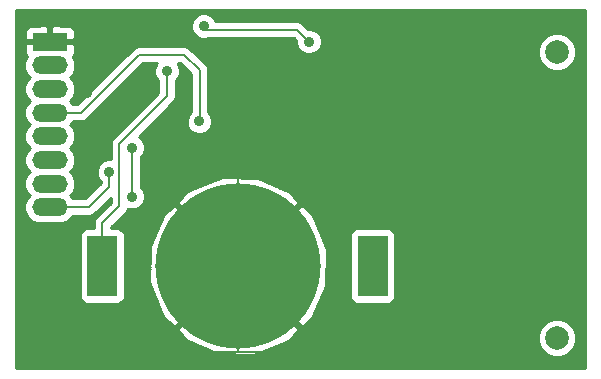
<source format=gbl>
G04 (created by PCBNEW-RS274X (2011-11-27 BZR 3249)-stable) date 19/07/2012 7:21:55 p.m.*
G01*
G70*
G90*
%MOIN*%
G04 Gerber Fmt 3.4, Leading zero omitted, Abs format*
%FSLAX34Y34*%
G04 APERTURE LIST*
%ADD10C,0.006000*%
%ADD11R,0.100000X0.200800*%
%ADD12C,0.551200*%
%ADD13C,0.078700*%
%ADD14O,0.118100X0.059100*%
%ADD15R,0.118100X0.059100*%
%ADD16C,0.035000*%
%ADD17C,0.008000*%
%ADD18C,0.010000*%
G04 APERTURE END LIST*
G54D10*
G54D11*
X22874Y-28622D03*
X31890Y-28622D03*
G54D12*
X27402Y-28622D03*
G54D13*
X38032Y-31019D03*
X38032Y-21491D03*
G54D14*
X21126Y-22725D03*
X21126Y-21938D03*
G54D15*
X21126Y-21150D03*
G54D14*
X21126Y-23512D03*
X21126Y-24300D03*
X21126Y-25087D03*
X21126Y-25874D03*
X21126Y-26661D03*
G54D16*
X26110Y-23799D03*
X23866Y-24673D03*
X23866Y-26311D03*
X29764Y-21142D03*
X23110Y-25472D03*
X26260Y-20630D03*
X22319Y-25500D03*
X23024Y-24031D03*
X22350Y-22846D03*
X22303Y-24720D03*
X20984Y-31495D03*
X20118Y-31496D03*
X25709Y-20748D03*
X20118Y-28661D03*
X29330Y-25866D03*
X29409Y-28464D03*
X22559Y-31495D03*
X29645Y-31495D03*
X37992Y-24015D03*
X31260Y-31495D03*
X20118Y-30118D03*
X37992Y-28188D03*
X37992Y-26023D03*
X31417Y-20236D03*
X35669Y-31495D03*
X22638Y-20236D03*
X29764Y-20236D03*
X23701Y-20236D03*
X35433Y-20629D03*
X25039Y-22126D03*
G54D17*
X22169Y-23512D02*
X21126Y-23512D01*
X24102Y-21579D02*
X22169Y-23512D01*
X25599Y-21579D02*
X24102Y-21579D01*
X26118Y-22098D02*
X25599Y-21579D01*
X26118Y-23791D02*
X26118Y-22098D01*
X26110Y-23799D02*
X26118Y-23791D01*
X23866Y-24673D02*
X23866Y-26311D01*
X29764Y-21142D02*
X29370Y-20748D01*
X26378Y-20748D02*
X26260Y-20630D01*
X21126Y-26661D02*
X22433Y-26661D01*
X29370Y-20748D02*
X26378Y-20748D01*
X22433Y-26661D02*
X22441Y-26653D01*
X22441Y-26653D02*
X23110Y-25984D01*
X23110Y-25984D02*
X23110Y-25472D01*
X22303Y-24720D02*
X22303Y-25484D01*
X22303Y-25484D02*
X22319Y-25500D01*
X22409Y-22787D02*
X22350Y-22846D01*
X22409Y-21150D02*
X22409Y-22787D01*
X22335Y-24720D02*
X22303Y-24720D01*
X23024Y-24031D02*
X22335Y-24720D01*
X25906Y-21141D02*
X25906Y-20945D01*
X27402Y-22520D02*
X26023Y-21141D01*
X20984Y-31495D02*
X20118Y-31496D01*
X27402Y-28622D02*
X27402Y-22520D01*
X27402Y-28622D02*
X25393Y-28661D01*
X29409Y-28464D02*
X29409Y-25945D01*
X20118Y-31496D02*
X20118Y-30118D01*
X37992Y-24015D02*
X35433Y-21456D01*
X31260Y-31495D02*
X35669Y-31495D01*
X29764Y-20236D02*
X23701Y-20236D01*
X21299Y-20236D02*
X21102Y-20433D01*
X29409Y-25945D02*
X29330Y-25866D01*
X21102Y-20433D02*
X21102Y-21126D01*
X26023Y-21141D02*
X25906Y-21141D01*
X22559Y-31495D02*
X27402Y-31495D01*
X37992Y-28188D02*
X37992Y-26023D01*
X35433Y-21456D02*
X35433Y-20629D01*
X27402Y-31495D02*
X27402Y-28622D01*
X25906Y-20945D02*
X25709Y-20748D01*
X25897Y-21150D02*
X25906Y-21141D01*
X21126Y-21150D02*
X22409Y-21150D01*
X22409Y-21150D02*
X25897Y-21150D01*
X21102Y-21126D02*
X21126Y-21150D01*
X22638Y-20236D02*
X21299Y-20236D01*
X27402Y-31495D02*
X29645Y-31495D01*
X23445Y-26634D02*
X23445Y-24554D01*
X22874Y-27205D02*
X23445Y-26634D01*
X23445Y-24554D02*
X25039Y-22960D01*
X22874Y-28622D02*
X22874Y-27205D01*
X25039Y-22960D02*
X25039Y-22126D01*
G54D18*
X24222Y-21869D02*
X24695Y-21869D01*
X24142Y-21949D02*
X24652Y-21949D01*
X24062Y-22029D02*
X24619Y-22029D01*
X23982Y-22109D02*
X24614Y-22109D01*
X23902Y-22189D02*
X24614Y-22189D01*
X23822Y-22269D02*
X24639Y-22269D01*
X23742Y-22349D02*
X24672Y-22349D01*
X23662Y-22429D02*
X24741Y-22429D01*
X23582Y-22509D02*
X24749Y-22509D01*
X23502Y-22589D02*
X24749Y-22589D01*
X23422Y-22669D02*
X24749Y-22669D01*
X23342Y-22749D02*
X24749Y-22749D01*
X23262Y-22829D02*
X24749Y-22829D01*
X23182Y-22909D02*
X24680Y-22909D01*
X23102Y-22989D02*
X24600Y-22989D01*
X23022Y-23069D02*
X24520Y-23069D01*
X22942Y-23149D02*
X24440Y-23149D01*
X22862Y-23229D02*
X24360Y-23229D01*
X22782Y-23309D02*
X24280Y-23309D01*
X22702Y-23389D02*
X24200Y-23389D01*
X22622Y-23469D02*
X24120Y-23469D01*
X22542Y-23549D02*
X24040Y-23549D01*
X22462Y-23629D02*
X23960Y-23629D01*
X22382Y-23709D02*
X23880Y-23709D01*
X22235Y-23789D02*
X23800Y-23789D01*
X21836Y-23869D02*
X23720Y-23869D01*
X21842Y-23949D02*
X23640Y-23949D01*
X21904Y-24029D02*
X23560Y-24029D01*
X21937Y-24109D02*
X23480Y-24109D01*
X21969Y-24189D02*
X23400Y-24189D01*
X21972Y-24269D02*
X23320Y-24269D01*
X21972Y-24349D02*
X23240Y-24349D01*
X21963Y-24429D02*
X23186Y-24429D01*
X21930Y-24509D02*
X23163Y-24509D01*
X21896Y-24589D02*
X23155Y-24589D01*
X21824Y-24669D02*
X23155Y-24669D01*
X21855Y-24749D02*
X23155Y-24749D01*
X21909Y-24829D02*
X23155Y-24829D01*
X21942Y-24909D02*
X23155Y-24909D01*
X21972Y-24989D02*
X23155Y-24989D01*
X21972Y-25069D02*
X22972Y-25069D01*
X21972Y-25149D02*
X22832Y-25149D01*
X21958Y-25229D02*
X22752Y-25229D01*
X21924Y-25309D02*
X22717Y-25309D01*
X21891Y-25389D02*
X22685Y-25389D01*
X21811Y-25469D02*
X22685Y-25469D01*
X21868Y-25549D02*
X22685Y-25549D01*
X21914Y-25629D02*
X22715Y-25629D01*
X21947Y-25709D02*
X22748Y-25709D01*
X21972Y-25789D02*
X22820Y-25789D01*
X21972Y-25869D02*
X22815Y-25869D01*
X21972Y-25949D02*
X22735Y-25949D01*
X21952Y-26029D02*
X22655Y-26029D01*
X21919Y-26109D02*
X22575Y-26109D01*
X21878Y-26189D02*
X22495Y-26189D01*
X21801Y-26269D02*
X22415Y-26269D01*
X21881Y-26349D02*
X22335Y-26349D01*
X20010Y-20088D02*
X38966Y-20088D01*
X20010Y-20168D02*
X38966Y-20168D01*
X20010Y-20248D02*
X26071Y-20248D01*
X26448Y-20248D02*
X38966Y-20248D01*
X20010Y-20328D02*
X25961Y-20328D01*
X26559Y-20328D02*
X38966Y-20328D01*
X20010Y-20408D02*
X25892Y-20408D01*
X26628Y-20408D02*
X38966Y-20408D01*
X20010Y-20488D02*
X25858Y-20488D01*
X29492Y-20488D02*
X38966Y-20488D01*
X20010Y-20568D02*
X25835Y-20568D01*
X29600Y-20568D02*
X38966Y-20568D01*
X20010Y-20648D02*
X20391Y-20648D01*
X21057Y-20648D02*
X21195Y-20648D01*
X21861Y-20648D02*
X25835Y-20648D01*
X29680Y-20648D02*
X38966Y-20648D01*
X20010Y-20728D02*
X20319Y-20728D01*
X21076Y-20728D02*
X21176Y-20728D01*
X21932Y-20728D02*
X25841Y-20728D01*
X29875Y-20728D02*
X38966Y-20728D01*
X20010Y-20808D02*
X20286Y-20808D01*
X21076Y-20808D02*
X21176Y-20808D01*
X21965Y-20808D02*
X25874Y-20808D01*
X30031Y-20808D02*
X38966Y-20808D01*
X20010Y-20888D02*
X20286Y-20888D01*
X21076Y-20888D02*
X21176Y-20888D01*
X21965Y-20888D02*
X25917Y-20888D01*
X30111Y-20888D02*
X37808Y-20888D01*
X38256Y-20888D02*
X38966Y-20888D01*
X20010Y-20968D02*
X20286Y-20968D01*
X21076Y-20968D02*
X21176Y-20968D01*
X21965Y-20968D02*
X25997Y-20968D01*
X30152Y-20968D02*
X37646Y-20968D01*
X38417Y-20968D02*
X38966Y-20968D01*
X20010Y-21048D02*
X20296Y-21048D01*
X21076Y-21048D02*
X21176Y-21048D01*
X21956Y-21048D02*
X21966Y-21048D01*
X21966Y-21048D02*
X26159Y-21048D01*
X26361Y-21048D02*
X29260Y-21048D01*
X30184Y-21048D02*
X37566Y-21048D01*
X38497Y-21048D02*
X38966Y-21048D01*
X20010Y-21128D02*
X21076Y-21128D01*
X21076Y-21128D02*
X21966Y-21128D01*
X21966Y-21128D02*
X29339Y-21128D01*
X30189Y-21128D02*
X37487Y-21128D01*
X38577Y-21128D02*
X38966Y-21128D01*
X20010Y-21208D02*
X20340Y-21208D01*
X21912Y-21208D02*
X21966Y-21208D01*
X21966Y-21208D02*
X29339Y-21208D01*
X30189Y-21208D02*
X37453Y-21208D01*
X38610Y-21208D02*
X38966Y-21208D01*
X20010Y-21288D02*
X20287Y-21288D01*
X21966Y-21288D02*
X29365Y-21288D01*
X30164Y-21288D02*
X30189Y-21288D01*
X30189Y-21288D02*
X37420Y-21288D01*
X38643Y-21288D02*
X38966Y-21288D01*
X20010Y-21368D02*
X20287Y-21368D01*
X21966Y-21368D02*
X23905Y-21368D01*
X25795Y-21368D02*
X29398Y-21368D01*
X30131Y-21368D02*
X30189Y-21368D01*
X30189Y-21368D02*
X37389Y-21368D01*
X38675Y-21368D02*
X38966Y-21368D01*
X20010Y-21448D02*
X20287Y-21448D01*
X21966Y-21448D02*
X23822Y-21448D01*
X25878Y-21448D02*
X29469Y-21448D01*
X30059Y-21448D02*
X30189Y-21448D01*
X30189Y-21448D02*
X37389Y-21448D01*
X38675Y-21448D02*
X38966Y-21448D01*
X20010Y-21528D02*
X20302Y-21528D01*
X21951Y-21528D02*
X23742Y-21528D01*
X25958Y-21528D02*
X29586Y-21528D01*
X29944Y-21528D02*
X30189Y-21528D01*
X30189Y-21528D02*
X37389Y-21528D01*
X38675Y-21528D02*
X38966Y-21528D01*
X20010Y-21608D02*
X20347Y-21608D01*
X21905Y-21608D02*
X23662Y-21608D01*
X26038Y-21608D02*
X30189Y-21608D01*
X30189Y-21608D02*
X37389Y-21608D01*
X38675Y-21608D02*
X38966Y-21608D01*
X20010Y-21688D02*
X20339Y-21688D01*
X21912Y-21688D02*
X23582Y-21688D01*
X26118Y-21688D02*
X30189Y-21688D01*
X30189Y-21688D02*
X37419Y-21688D01*
X38647Y-21688D02*
X38675Y-21688D01*
X38675Y-21688D02*
X38966Y-21688D01*
X20010Y-21768D02*
X20306Y-21768D01*
X21945Y-21768D02*
X23502Y-21768D01*
X26198Y-21768D02*
X30189Y-21768D01*
X30189Y-21768D02*
X37452Y-21768D01*
X38613Y-21768D02*
X38675Y-21768D01*
X38675Y-21768D02*
X38966Y-21768D01*
X20010Y-21848D02*
X20280Y-21848D01*
X21972Y-21848D02*
X23422Y-21848D01*
X26278Y-21848D02*
X30189Y-21848D01*
X30189Y-21848D02*
X37485Y-21848D01*
X38580Y-21848D02*
X38675Y-21848D01*
X38675Y-21848D02*
X38966Y-21848D01*
X20010Y-21928D02*
X20280Y-21928D01*
X21972Y-21928D02*
X23342Y-21928D01*
X25417Y-21928D02*
X25538Y-21928D01*
X26346Y-21928D02*
X30189Y-21928D01*
X30189Y-21928D02*
X37561Y-21928D01*
X38504Y-21928D02*
X38675Y-21928D01*
X38675Y-21928D02*
X38966Y-21928D01*
X20010Y-22008D02*
X20280Y-22008D01*
X21972Y-22008D02*
X23262Y-22008D01*
X25450Y-22008D02*
X25618Y-22008D01*
X26390Y-22008D02*
X30189Y-22008D01*
X30189Y-22008D02*
X37641Y-22008D01*
X38424Y-22008D02*
X38675Y-22008D01*
X38675Y-22008D02*
X38966Y-22008D01*
X20010Y-22088D02*
X20299Y-22088D01*
X21955Y-22088D02*
X23182Y-22088D01*
X25464Y-22088D02*
X25698Y-22088D01*
X26405Y-22088D02*
X30189Y-22088D01*
X30189Y-22088D02*
X37794Y-22088D01*
X38270Y-22088D02*
X38675Y-22088D01*
X38675Y-22088D02*
X38966Y-22088D01*
X20010Y-22168D02*
X20331Y-22168D01*
X21921Y-22168D02*
X23102Y-22168D01*
X25464Y-22168D02*
X25778Y-22168D01*
X26408Y-22168D02*
X30189Y-22168D01*
X30189Y-22168D02*
X38675Y-22168D01*
X38675Y-22168D02*
X38966Y-22168D01*
X20010Y-22248D02*
X20369Y-22248D01*
X21883Y-22248D02*
X23022Y-22248D01*
X25449Y-22248D02*
X25828Y-22248D01*
X26408Y-22248D02*
X30189Y-22248D01*
X30189Y-22248D02*
X38675Y-22248D01*
X38675Y-22248D02*
X38966Y-22248D01*
X20010Y-22328D02*
X20449Y-22328D01*
X21803Y-22328D02*
X22942Y-22328D01*
X25416Y-22328D02*
X25828Y-22328D01*
X26408Y-22328D02*
X30189Y-22328D01*
X30189Y-22328D02*
X38675Y-22328D01*
X38675Y-22328D02*
X38966Y-22328D01*
X20010Y-22408D02*
X20375Y-22408D01*
X21876Y-22408D02*
X22862Y-22408D01*
X25358Y-22408D02*
X25828Y-22408D01*
X26408Y-22408D02*
X30189Y-22408D01*
X30189Y-22408D02*
X38675Y-22408D01*
X38675Y-22408D02*
X38966Y-22408D01*
X20010Y-22488D02*
X20334Y-22488D01*
X21918Y-22488D02*
X22782Y-22488D01*
X25329Y-22488D02*
X25828Y-22488D01*
X26408Y-22488D02*
X30189Y-22488D01*
X30189Y-22488D02*
X38675Y-22488D01*
X38675Y-22488D02*
X38966Y-22488D01*
X20010Y-22568D02*
X20300Y-22568D01*
X21951Y-22568D02*
X22702Y-22568D01*
X25329Y-22568D02*
X25828Y-22568D01*
X26408Y-22568D02*
X30189Y-22568D01*
X30189Y-22568D02*
X38675Y-22568D01*
X38675Y-22568D02*
X38966Y-22568D01*
X20010Y-22648D02*
X20280Y-22648D01*
X21972Y-22648D02*
X22622Y-22648D01*
X25329Y-22648D02*
X25828Y-22648D01*
X26408Y-22648D02*
X30189Y-22648D01*
X30189Y-22648D02*
X38675Y-22648D01*
X38675Y-22648D02*
X38966Y-22648D01*
X20010Y-22728D02*
X20280Y-22728D01*
X21972Y-22728D02*
X22542Y-22728D01*
X25329Y-22728D02*
X25828Y-22728D01*
X26408Y-22728D02*
X30189Y-22728D01*
X30189Y-22728D02*
X38675Y-22728D01*
X38675Y-22728D02*
X38966Y-22728D01*
X20010Y-22808D02*
X20280Y-22808D01*
X21972Y-22808D02*
X22462Y-22808D01*
X25329Y-22808D02*
X25828Y-22808D01*
X26408Y-22808D02*
X30189Y-22808D01*
X30189Y-22808D02*
X38675Y-22808D01*
X38675Y-22808D02*
X38966Y-22808D01*
X20010Y-22888D02*
X20304Y-22888D01*
X21949Y-22888D02*
X22382Y-22888D01*
X25329Y-22888D02*
X25828Y-22888D01*
X26408Y-22888D02*
X30189Y-22888D01*
X30189Y-22888D02*
X38675Y-22888D01*
X38675Y-22888D02*
X38966Y-22888D01*
X20010Y-22968D02*
X20337Y-22968D01*
X21916Y-22968D02*
X22302Y-22968D01*
X25328Y-22968D02*
X25828Y-22968D01*
X26408Y-22968D02*
X30189Y-22968D01*
X30189Y-22968D02*
X38675Y-22968D01*
X38675Y-22968D02*
X38966Y-22968D01*
X20010Y-23048D02*
X20382Y-23048D01*
X21870Y-23048D02*
X22222Y-23048D01*
X25312Y-23048D02*
X25828Y-23048D01*
X26408Y-23048D02*
X30189Y-23048D01*
X30189Y-23048D02*
X38675Y-23048D01*
X38675Y-23048D02*
X38966Y-23048D01*
X20010Y-23128D02*
X20442Y-23128D01*
X21809Y-23128D02*
X22142Y-23128D01*
X25269Y-23128D02*
X25828Y-23128D01*
X26408Y-23128D02*
X30189Y-23128D01*
X30189Y-23128D02*
X38675Y-23128D01*
X38675Y-23128D02*
X38966Y-23128D01*
X20010Y-23208D02*
X20362Y-23208D01*
X21889Y-23208D02*
X22062Y-23208D01*
X25201Y-23208D02*
X25828Y-23208D01*
X26408Y-23208D02*
X30189Y-23208D01*
X30189Y-23208D02*
X38675Y-23208D01*
X38675Y-23208D02*
X38966Y-23208D01*
X20010Y-23288D02*
X20328Y-23288D01*
X25121Y-23288D02*
X25828Y-23288D01*
X26408Y-23288D02*
X30189Y-23288D01*
X30189Y-23288D02*
X38675Y-23288D01*
X38675Y-23288D02*
X38966Y-23288D01*
X20010Y-23368D02*
X20295Y-23368D01*
X25041Y-23368D02*
X25828Y-23368D01*
X26408Y-23368D02*
X30189Y-23368D01*
X30189Y-23368D02*
X38675Y-23368D01*
X38675Y-23368D02*
X38966Y-23368D01*
X20010Y-23448D02*
X20280Y-23448D01*
X24961Y-23448D02*
X25828Y-23448D01*
X26408Y-23448D02*
X30189Y-23448D01*
X30189Y-23448D02*
X38675Y-23448D01*
X38675Y-23448D02*
X38966Y-23448D01*
X20010Y-23528D02*
X20280Y-23528D01*
X24881Y-23528D02*
X25780Y-23528D01*
X26440Y-23528D02*
X30189Y-23528D01*
X30189Y-23528D02*
X38675Y-23528D01*
X38675Y-23528D02*
X38966Y-23528D01*
X20010Y-23608D02*
X20280Y-23608D01*
X24801Y-23608D02*
X25729Y-23608D01*
X26491Y-23608D02*
X30189Y-23608D01*
X30189Y-23608D02*
X38675Y-23608D01*
X38675Y-23608D02*
X38966Y-23608D01*
X20010Y-23688D02*
X20309Y-23688D01*
X24721Y-23688D02*
X25695Y-23688D01*
X26523Y-23688D02*
X30189Y-23688D01*
X30189Y-23688D02*
X38675Y-23688D01*
X38675Y-23688D02*
X38966Y-23688D01*
X20010Y-23768D02*
X20342Y-23768D01*
X24641Y-23768D02*
X25685Y-23768D01*
X26535Y-23768D02*
X30189Y-23768D01*
X30189Y-23768D02*
X38675Y-23768D01*
X38675Y-23768D02*
X38966Y-23768D01*
X20010Y-23848D02*
X20395Y-23848D01*
X24561Y-23848D02*
X25685Y-23848D01*
X26535Y-23848D02*
X30189Y-23848D01*
X30189Y-23848D02*
X38675Y-23848D01*
X38675Y-23848D02*
X38966Y-23848D01*
X20010Y-23928D02*
X20429Y-23928D01*
X24481Y-23928D02*
X25704Y-23928D01*
X26517Y-23928D02*
X26535Y-23928D01*
X26535Y-23928D02*
X30189Y-23928D01*
X30189Y-23928D02*
X38675Y-23928D01*
X38675Y-23928D02*
X38966Y-23928D01*
X20010Y-24008D02*
X20357Y-24008D01*
X24401Y-24008D02*
X25737Y-24008D01*
X26484Y-24008D02*
X26535Y-24008D01*
X26535Y-24008D02*
X30189Y-24008D01*
X30189Y-24008D02*
X38675Y-24008D01*
X38675Y-24008D02*
X38966Y-24008D01*
X20010Y-24088D02*
X20323Y-24088D01*
X24321Y-24088D02*
X25798Y-24088D01*
X26422Y-24088D02*
X26535Y-24088D01*
X26535Y-24088D02*
X30189Y-24088D01*
X30189Y-24088D02*
X38675Y-24088D01*
X38675Y-24088D02*
X38966Y-24088D01*
X20010Y-24168D02*
X20290Y-24168D01*
X24241Y-24168D02*
X25891Y-24168D01*
X26331Y-24168D02*
X26535Y-24168D01*
X26535Y-24168D02*
X30189Y-24168D01*
X30189Y-24168D02*
X38675Y-24168D01*
X38675Y-24168D02*
X38966Y-24168D01*
X20010Y-24248D02*
X20280Y-24248D01*
X24161Y-24248D02*
X26535Y-24248D01*
X26535Y-24248D02*
X30189Y-24248D01*
X30189Y-24248D02*
X38675Y-24248D01*
X38675Y-24248D02*
X38966Y-24248D01*
X20010Y-24328D02*
X20280Y-24328D01*
X24122Y-24328D02*
X26535Y-24328D01*
X26535Y-24328D02*
X30189Y-24328D01*
X30189Y-24328D02*
X38675Y-24328D01*
X38675Y-24328D02*
X38966Y-24328D01*
X20010Y-24408D02*
X20281Y-24408D01*
X24202Y-24408D02*
X26535Y-24408D01*
X26535Y-24408D02*
X30189Y-24408D01*
X30189Y-24408D02*
X38675Y-24408D01*
X38675Y-24408D02*
X38966Y-24408D01*
X20010Y-24488D02*
X20314Y-24488D01*
X24249Y-24488D02*
X26535Y-24488D01*
X26535Y-24488D02*
X30189Y-24488D01*
X30189Y-24488D02*
X38675Y-24488D01*
X38675Y-24488D02*
X38966Y-24488D01*
X20010Y-24568D02*
X20347Y-24568D01*
X24282Y-24568D02*
X26535Y-24568D01*
X26535Y-24568D02*
X30189Y-24568D01*
X30189Y-24568D02*
X38675Y-24568D01*
X38675Y-24568D02*
X38966Y-24568D01*
X20010Y-24648D02*
X20407Y-24648D01*
X24291Y-24648D02*
X26535Y-24648D01*
X26535Y-24648D02*
X30189Y-24648D01*
X30189Y-24648D02*
X38675Y-24648D01*
X38675Y-24648D02*
X38966Y-24648D01*
X20010Y-24728D02*
X20417Y-24728D01*
X24291Y-24728D02*
X26535Y-24728D01*
X26535Y-24728D02*
X30189Y-24728D01*
X30189Y-24728D02*
X38675Y-24728D01*
X38675Y-24728D02*
X38966Y-24728D01*
X20010Y-24808D02*
X20351Y-24808D01*
X24271Y-24808D02*
X26535Y-24808D01*
X26535Y-24808D02*
X30189Y-24808D01*
X30189Y-24808D02*
X38675Y-24808D01*
X38675Y-24808D02*
X38966Y-24808D01*
X20010Y-24888D02*
X20318Y-24888D01*
X24237Y-24888D02*
X26535Y-24888D01*
X26535Y-24888D02*
X30189Y-24888D01*
X30189Y-24888D02*
X38675Y-24888D01*
X38675Y-24888D02*
X38966Y-24888D01*
X20010Y-24968D02*
X20285Y-24968D01*
X24172Y-24968D02*
X26535Y-24968D01*
X26535Y-24968D02*
X30189Y-24968D01*
X30189Y-24968D02*
X38675Y-24968D01*
X38675Y-24968D02*
X38966Y-24968D01*
X20010Y-25048D02*
X20280Y-25048D01*
X24156Y-25048D02*
X26535Y-25048D01*
X26535Y-25048D02*
X30189Y-25048D01*
X30189Y-25048D02*
X38675Y-25048D01*
X38675Y-25048D02*
X38966Y-25048D01*
X20010Y-25128D02*
X20280Y-25128D01*
X24156Y-25128D02*
X26535Y-25128D01*
X26535Y-25128D02*
X30189Y-25128D01*
X30189Y-25128D02*
X38675Y-25128D01*
X38675Y-25128D02*
X38966Y-25128D01*
X20010Y-25208D02*
X20287Y-25208D01*
X24156Y-25208D02*
X26535Y-25208D01*
X26535Y-25208D02*
X30189Y-25208D01*
X30189Y-25208D02*
X38675Y-25208D01*
X38675Y-25208D02*
X38966Y-25208D01*
X20010Y-25288D02*
X20320Y-25288D01*
X24156Y-25288D02*
X26535Y-25288D01*
X26535Y-25288D02*
X30189Y-25288D01*
X30189Y-25288D02*
X38675Y-25288D01*
X38675Y-25288D02*
X38966Y-25288D01*
X20010Y-25368D02*
X20352Y-25368D01*
X24156Y-25368D02*
X26535Y-25368D01*
X26535Y-25368D02*
X30189Y-25368D01*
X30189Y-25368D02*
X38675Y-25368D01*
X38675Y-25368D02*
X38966Y-25368D01*
X20010Y-25448D02*
X20420Y-25448D01*
X24156Y-25448D02*
X26535Y-25448D01*
X26535Y-25448D02*
X30189Y-25448D01*
X30189Y-25448D02*
X38675Y-25448D01*
X38675Y-25448D02*
X38966Y-25448D01*
X20010Y-25528D02*
X20404Y-25528D01*
X24156Y-25528D02*
X26535Y-25528D01*
X26535Y-25528D02*
X30189Y-25528D01*
X30189Y-25528D02*
X38675Y-25528D01*
X38675Y-25528D02*
X38966Y-25528D01*
X20010Y-25608D02*
X20346Y-25608D01*
X24156Y-25608D02*
X26535Y-25608D01*
X26535Y-25608D02*
X30189Y-25608D01*
X30189Y-25608D02*
X38675Y-25608D01*
X38675Y-25608D02*
X38966Y-25608D01*
X20010Y-25688D02*
X20313Y-25688D01*
X24156Y-25688D02*
X26535Y-25688D01*
X26535Y-25688D02*
X26815Y-25688D01*
X28011Y-25688D02*
X30189Y-25688D01*
X30189Y-25688D02*
X38675Y-25688D01*
X38675Y-25688D02*
X38966Y-25688D01*
X20010Y-25768D02*
X20280Y-25768D01*
X24156Y-25768D02*
X26535Y-25768D01*
X26535Y-25768D02*
X26607Y-25768D01*
X28234Y-25768D02*
X30189Y-25768D01*
X30189Y-25768D02*
X38675Y-25768D01*
X38675Y-25768D02*
X38966Y-25768D01*
X20010Y-25848D02*
X20280Y-25848D01*
X24156Y-25848D02*
X26401Y-25848D01*
X28415Y-25848D02*
X30189Y-25848D01*
X30189Y-25848D02*
X38675Y-25848D01*
X38675Y-25848D02*
X38966Y-25848D01*
X20010Y-25928D02*
X20280Y-25928D01*
X24156Y-25928D02*
X26195Y-25928D01*
X28597Y-25928D02*
X30189Y-25928D01*
X30189Y-25928D02*
X38675Y-25928D01*
X38675Y-25928D02*
X38966Y-25928D01*
X20010Y-26008D02*
X20292Y-26008D01*
X24164Y-26008D02*
X25990Y-26008D01*
X28778Y-26008D02*
X30189Y-26008D01*
X30189Y-26008D02*
X38675Y-26008D01*
X38675Y-26008D02*
X38966Y-26008D01*
X20010Y-26088D02*
X20325Y-26088D01*
X24233Y-26088D02*
X25787Y-26088D01*
X28960Y-26088D02*
X30189Y-26088D01*
X30189Y-26088D02*
X38675Y-26088D01*
X38675Y-26088D02*
X38966Y-26088D01*
X20010Y-26168D02*
X20358Y-26168D01*
X24266Y-26168D02*
X25670Y-26168D01*
X29133Y-26168D02*
X30189Y-26168D01*
X30189Y-26168D02*
X38675Y-26168D01*
X38675Y-26168D02*
X38966Y-26168D01*
X20010Y-26248D02*
X20433Y-26248D01*
X24291Y-26248D02*
X25596Y-26248D01*
X29208Y-26248D02*
X30189Y-26248D01*
X30189Y-26248D02*
X38675Y-26248D01*
X38675Y-26248D02*
X38966Y-26248D01*
X20010Y-26328D02*
X20391Y-26328D01*
X24291Y-26328D02*
X25521Y-26328D01*
X29282Y-26328D02*
X30189Y-26328D01*
X30189Y-26328D02*
X38675Y-26328D01*
X38675Y-26328D02*
X38966Y-26328D01*
X20010Y-26408D02*
X20341Y-26408D01*
X23096Y-26408D02*
X23155Y-26408D01*
X24286Y-26408D02*
X25447Y-26408D01*
X29356Y-26408D02*
X30189Y-26408D01*
X30189Y-26408D02*
X38675Y-26408D01*
X38675Y-26408D02*
X38966Y-26408D01*
X20010Y-26488D02*
X20307Y-26488D01*
X23016Y-26488D02*
X23155Y-26488D01*
X24253Y-26488D02*
X25372Y-26488D01*
X29431Y-26488D02*
X30189Y-26488D01*
X30189Y-26488D02*
X38675Y-26488D01*
X38675Y-26488D02*
X38966Y-26488D01*
X20010Y-26568D02*
X20280Y-26568D01*
X22936Y-26568D02*
X23101Y-26568D01*
X24210Y-26568D02*
X25419Y-26568D01*
X29386Y-26568D02*
X29448Y-26568D01*
X29448Y-26568D02*
X30189Y-26568D01*
X30189Y-26568D02*
X38675Y-26568D01*
X38675Y-26568D02*
X38966Y-26568D01*
X20010Y-26648D02*
X20280Y-26648D01*
X22856Y-26648D02*
X23021Y-26648D01*
X24130Y-26648D02*
X25208Y-26648D01*
X25357Y-26648D02*
X25499Y-26648D01*
X29306Y-26648D02*
X29446Y-26648D01*
X29595Y-26648D02*
X30189Y-26648D01*
X30189Y-26648D02*
X38675Y-26648D01*
X38675Y-26648D02*
X38966Y-26648D01*
X20010Y-26728D02*
X20280Y-26728D01*
X22776Y-26728D02*
X22941Y-26728D01*
X23716Y-26728D02*
X23762Y-26728D01*
X23970Y-26728D02*
X25122Y-26728D01*
X25437Y-26728D02*
X25579Y-26728D01*
X29226Y-26728D02*
X29366Y-26728D01*
X29681Y-26728D02*
X30189Y-26728D01*
X30189Y-26728D02*
X38675Y-26728D01*
X38675Y-26728D02*
X38966Y-26728D01*
X20010Y-26808D02*
X20297Y-26808D01*
X22696Y-26808D02*
X22861Y-26808D01*
X23671Y-26808D02*
X25036Y-26808D01*
X25517Y-26808D02*
X25659Y-26808D01*
X29146Y-26808D02*
X29286Y-26808D01*
X29767Y-26808D02*
X30189Y-26808D01*
X30189Y-26808D02*
X38675Y-26808D01*
X38675Y-26808D02*
X38966Y-26808D01*
X20010Y-26888D02*
X20330Y-26888D01*
X22606Y-26888D02*
X22781Y-26888D01*
X23601Y-26888D02*
X24950Y-26888D01*
X25597Y-26888D02*
X25739Y-26888D01*
X29066Y-26888D02*
X29206Y-26888D01*
X29853Y-26888D02*
X30189Y-26888D01*
X30189Y-26888D02*
X38675Y-26888D01*
X38675Y-26888D02*
X38966Y-26888D01*
X20010Y-26968D02*
X20366Y-26968D01*
X21887Y-26968D02*
X22701Y-26968D01*
X23521Y-26968D02*
X24910Y-26968D01*
X25677Y-26968D02*
X25819Y-26968D01*
X28986Y-26968D02*
X29126Y-26968D01*
X29910Y-26968D02*
X30189Y-26968D01*
X30189Y-26968D02*
X38675Y-26968D01*
X38675Y-26968D02*
X38966Y-26968D01*
X20010Y-27048D02*
X20446Y-27048D01*
X21807Y-27048D02*
X22636Y-27048D01*
X23441Y-27048D02*
X24874Y-27048D01*
X25757Y-27048D02*
X25899Y-27048D01*
X28906Y-27048D02*
X29046Y-27048D01*
X29952Y-27048D02*
X30189Y-27048D01*
X30189Y-27048D02*
X38675Y-27048D01*
X38675Y-27048D02*
X38966Y-27048D01*
X20010Y-27128D02*
X20546Y-27128D01*
X21709Y-27128D02*
X22599Y-27128D01*
X23361Y-27128D02*
X24839Y-27128D01*
X25837Y-27128D02*
X25979Y-27128D01*
X28826Y-27128D02*
X28966Y-27128D01*
X29983Y-27128D02*
X30189Y-27128D01*
X30189Y-27128D02*
X38675Y-27128D01*
X38675Y-27128D02*
X38966Y-27128D01*
X20010Y-27208D02*
X22584Y-27208D01*
X23281Y-27208D02*
X24804Y-27208D01*
X25917Y-27208D02*
X26059Y-27208D01*
X28746Y-27208D02*
X28886Y-27208D01*
X30014Y-27208D02*
X30189Y-27208D01*
X30189Y-27208D02*
X38675Y-27208D01*
X38675Y-27208D02*
X38966Y-27208D01*
X20010Y-27288D02*
X22584Y-27288D01*
X23201Y-27288D02*
X24769Y-27288D01*
X25997Y-27288D02*
X26139Y-27288D01*
X28666Y-27288D02*
X28806Y-27288D01*
X30045Y-27288D02*
X30189Y-27288D01*
X30189Y-27288D02*
X38675Y-27288D01*
X38675Y-27288D02*
X38966Y-27288D01*
X20010Y-27368D02*
X22584Y-27368D01*
X23164Y-27368D02*
X24733Y-27368D01*
X26077Y-27368D02*
X26219Y-27368D01*
X28586Y-27368D02*
X28726Y-27368D01*
X30076Y-27368D02*
X30189Y-27368D01*
X30189Y-27368D02*
X38675Y-27368D01*
X38675Y-27368D02*
X38966Y-27368D01*
X20010Y-27448D02*
X22192Y-27448D01*
X23556Y-27448D02*
X24698Y-27448D01*
X26157Y-27448D02*
X26299Y-27448D01*
X28506Y-27448D02*
X28646Y-27448D01*
X30107Y-27448D02*
X30189Y-27448D01*
X30189Y-27448D02*
X31208Y-27448D01*
X32572Y-27448D02*
X38675Y-27448D01*
X38675Y-27448D02*
X38966Y-27448D01*
X20010Y-27528D02*
X22141Y-27528D01*
X23606Y-27528D02*
X24663Y-27528D01*
X26237Y-27528D02*
X26379Y-27528D01*
X28426Y-27528D02*
X28566Y-27528D01*
X30138Y-27528D02*
X30189Y-27528D01*
X30189Y-27528D02*
X31157Y-27528D01*
X32622Y-27528D02*
X38675Y-27528D01*
X38675Y-27528D02*
X38966Y-27528D01*
X20010Y-27608D02*
X22125Y-27608D01*
X23623Y-27608D02*
X24628Y-27608D01*
X26317Y-27608D02*
X26459Y-27608D01*
X28346Y-27608D02*
X28486Y-27608D01*
X30169Y-27608D02*
X30189Y-27608D01*
X30189Y-27608D02*
X31141Y-27608D01*
X32639Y-27608D02*
X38675Y-27608D01*
X38675Y-27608D02*
X38966Y-27608D01*
X20010Y-27688D02*
X22125Y-27688D01*
X23623Y-27688D02*
X24592Y-27688D01*
X26397Y-27688D02*
X26539Y-27688D01*
X28266Y-27688D02*
X28406Y-27688D01*
X30201Y-27688D02*
X31141Y-27688D01*
X32639Y-27688D02*
X38675Y-27688D01*
X38675Y-27688D02*
X38966Y-27688D01*
X20010Y-27768D02*
X22125Y-27768D01*
X23623Y-27768D02*
X24557Y-27768D01*
X26477Y-27768D02*
X26619Y-27768D01*
X28186Y-27768D02*
X28326Y-27768D01*
X30232Y-27768D02*
X31141Y-27768D01*
X32639Y-27768D02*
X38675Y-27768D01*
X38675Y-27768D02*
X38966Y-27768D01*
X20010Y-27848D02*
X22125Y-27848D01*
X23623Y-27848D02*
X24522Y-27848D01*
X26557Y-27848D02*
X26699Y-27848D01*
X28106Y-27848D02*
X28246Y-27848D01*
X30263Y-27848D02*
X31141Y-27848D01*
X32639Y-27848D02*
X38675Y-27848D01*
X38675Y-27848D02*
X38966Y-27848D01*
X20010Y-27928D02*
X22125Y-27928D01*
X23623Y-27928D02*
X24487Y-27928D01*
X26637Y-27928D02*
X26779Y-27928D01*
X28026Y-27928D02*
X28166Y-27928D01*
X30294Y-27928D02*
X31141Y-27928D01*
X32639Y-27928D02*
X38675Y-27928D01*
X38675Y-27928D02*
X38966Y-27928D01*
X20010Y-28008D02*
X22125Y-28008D01*
X23623Y-28008D02*
X24468Y-28008D01*
X26717Y-28008D02*
X26859Y-28008D01*
X27946Y-28008D02*
X28086Y-28008D01*
X30325Y-28008D02*
X31141Y-28008D01*
X32639Y-28008D02*
X38675Y-28008D01*
X38675Y-28008D02*
X38966Y-28008D01*
X20010Y-28088D02*
X22125Y-28088D01*
X23623Y-28088D02*
X24466Y-28088D01*
X26797Y-28088D02*
X26939Y-28088D01*
X27866Y-28088D02*
X28006Y-28088D01*
X30356Y-28088D02*
X31141Y-28088D01*
X32639Y-28088D02*
X38675Y-28088D01*
X38675Y-28088D02*
X38966Y-28088D01*
X20010Y-28168D02*
X22125Y-28168D01*
X23623Y-28168D02*
X24464Y-28168D01*
X26877Y-28168D02*
X27019Y-28168D01*
X27786Y-28168D02*
X27926Y-28168D01*
X30361Y-28168D02*
X30362Y-28168D01*
X30362Y-28168D02*
X31141Y-28168D01*
X32639Y-28168D02*
X38675Y-28168D01*
X38675Y-28168D02*
X38966Y-28168D01*
X20010Y-28248D02*
X22125Y-28248D01*
X23623Y-28248D02*
X24462Y-28248D01*
X26957Y-28248D02*
X27099Y-28248D01*
X27706Y-28248D02*
X27846Y-28248D01*
X30359Y-28248D02*
X30362Y-28248D01*
X30362Y-28248D02*
X31141Y-28248D01*
X32639Y-28248D02*
X38675Y-28248D01*
X38675Y-28248D02*
X38966Y-28248D01*
X20010Y-28328D02*
X22125Y-28328D01*
X23623Y-28328D02*
X24460Y-28328D01*
X27037Y-28328D02*
X27179Y-28328D01*
X27626Y-28328D02*
X27766Y-28328D01*
X30357Y-28328D02*
X30362Y-28328D01*
X30362Y-28328D02*
X31141Y-28328D01*
X32639Y-28328D02*
X38675Y-28328D01*
X38675Y-28328D02*
X38966Y-28328D01*
X20010Y-28408D02*
X22125Y-28408D01*
X23623Y-28408D02*
X24458Y-28408D01*
X27117Y-28408D02*
X27259Y-28408D01*
X27546Y-28408D02*
X27686Y-28408D01*
X30355Y-28408D02*
X30362Y-28408D01*
X30362Y-28408D02*
X31141Y-28408D01*
X32639Y-28408D02*
X38675Y-28408D01*
X38675Y-28408D02*
X38966Y-28408D01*
X20010Y-28488D02*
X22125Y-28488D01*
X23623Y-28488D02*
X24457Y-28488D01*
X27197Y-28488D02*
X27339Y-28488D01*
X27466Y-28488D02*
X27606Y-28488D01*
X30354Y-28488D02*
X30362Y-28488D01*
X30362Y-28488D02*
X31141Y-28488D01*
X32639Y-28488D02*
X38675Y-28488D01*
X38675Y-28488D02*
X38966Y-28488D01*
X20010Y-28568D02*
X22125Y-28568D01*
X23623Y-28568D02*
X24455Y-28568D01*
X27277Y-28568D02*
X27526Y-28568D01*
X30352Y-28568D02*
X30362Y-28568D01*
X30362Y-28568D02*
X31141Y-28568D01*
X32639Y-28568D02*
X38675Y-28568D01*
X38675Y-28568D02*
X38966Y-28568D01*
X20010Y-28648D02*
X22125Y-28648D01*
X23623Y-28648D02*
X24453Y-28648D01*
X27306Y-28648D02*
X27331Y-28648D01*
X27331Y-28648D02*
X27499Y-28648D01*
X30350Y-28648D02*
X30362Y-28648D01*
X30362Y-28648D02*
X31141Y-28648D01*
X32639Y-28648D02*
X38675Y-28648D01*
X38675Y-28648D02*
X38966Y-28648D01*
X20010Y-28728D02*
X22125Y-28728D01*
X23623Y-28728D02*
X24451Y-28728D01*
X27226Y-28728D02*
X27331Y-28728D01*
X27331Y-28728D02*
X27366Y-28728D01*
X27437Y-28728D02*
X27579Y-28728D01*
X30348Y-28728D02*
X30362Y-28728D01*
X30362Y-28728D02*
X31141Y-28728D01*
X32639Y-28728D02*
X38675Y-28728D01*
X38675Y-28728D02*
X38966Y-28728D01*
X20010Y-28808D02*
X22125Y-28808D01*
X23623Y-28808D02*
X24449Y-28808D01*
X27146Y-28808D02*
X27286Y-28808D01*
X27517Y-28808D02*
X27659Y-28808D01*
X30346Y-28808D02*
X30362Y-28808D01*
X30362Y-28808D02*
X31141Y-28808D01*
X32639Y-28808D02*
X38675Y-28808D01*
X38675Y-28808D02*
X38966Y-28808D01*
X20010Y-28888D02*
X22125Y-28888D01*
X23623Y-28888D02*
X24447Y-28888D01*
X27066Y-28888D02*
X27206Y-28888D01*
X27597Y-28888D02*
X27739Y-28888D01*
X30344Y-28888D02*
X30362Y-28888D01*
X30362Y-28888D02*
X31141Y-28888D01*
X32639Y-28888D02*
X38675Y-28888D01*
X38675Y-28888D02*
X38966Y-28888D01*
X20010Y-28968D02*
X22125Y-28968D01*
X23623Y-28968D02*
X24445Y-28968D01*
X26986Y-28968D02*
X27126Y-28968D01*
X27677Y-28968D02*
X27819Y-28968D01*
X30343Y-28968D02*
X30362Y-28968D01*
X30362Y-28968D02*
X31141Y-28968D01*
X32639Y-28968D02*
X38675Y-28968D01*
X38675Y-28968D02*
X38966Y-28968D01*
X20010Y-29048D02*
X22125Y-29048D01*
X23623Y-29048D02*
X24444Y-29048D01*
X26906Y-29048D02*
X27046Y-29048D01*
X27757Y-29048D02*
X27899Y-29048D01*
X30341Y-29048D02*
X30362Y-29048D01*
X30362Y-29048D02*
X31141Y-29048D01*
X32639Y-29048D02*
X38675Y-29048D01*
X38675Y-29048D02*
X38966Y-29048D01*
X20010Y-29128D02*
X22125Y-29128D01*
X23623Y-29128D02*
X24442Y-29128D01*
X26826Y-29128D02*
X26966Y-29128D01*
X27837Y-29128D02*
X27979Y-29128D01*
X30339Y-29128D02*
X30362Y-29128D01*
X30362Y-29128D02*
X31141Y-29128D01*
X32639Y-29128D02*
X38675Y-29128D01*
X38675Y-29128D02*
X38966Y-29128D01*
X20010Y-29208D02*
X22125Y-29208D01*
X23623Y-29208D02*
X24468Y-29208D01*
X26746Y-29208D02*
X26886Y-29208D01*
X27917Y-29208D02*
X28059Y-29208D01*
X30337Y-29208D02*
X30362Y-29208D01*
X30362Y-29208D02*
X31141Y-29208D01*
X32639Y-29208D02*
X38675Y-29208D01*
X38675Y-29208D02*
X38966Y-29208D01*
X20010Y-29288D02*
X22125Y-29288D01*
X23623Y-29288D02*
X24500Y-29288D01*
X26666Y-29288D02*
X26806Y-29288D01*
X27997Y-29288D02*
X28139Y-29288D01*
X30330Y-29288D02*
X30362Y-29288D01*
X30362Y-29288D02*
X31141Y-29288D01*
X32639Y-29288D02*
X38675Y-29288D01*
X38675Y-29288D02*
X38966Y-29288D01*
X20010Y-29368D02*
X22125Y-29368D01*
X23623Y-29368D02*
X24531Y-29368D01*
X26586Y-29368D02*
X26726Y-29368D01*
X28077Y-29368D02*
X28219Y-29368D01*
X30295Y-29368D02*
X30362Y-29368D01*
X30362Y-29368D02*
X31141Y-29368D01*
X32639Y-29368D02*
X38675Y-29368D01*
X38675Y-29368D02*
X38966Y-29368D01*
X20010Y-29448D02*
X22125Y-29448D01*
X23623Y-29448D02*
X24562Y-29448D01*
X26506Y-29448D02*
X26646Y-29448D01*
X28157Y-29448D02*
X28299Y-29448D01*
X30259Y-29448D02*
X30362Y-29448D01*
X30362Y-29448D02*
X31141Y-29448D01*
X32639Y-29448D02*
X38675Y-29448D01*
X38675Y-29448D02*
X38966Y-29448D01*
X20010Y-29528D02*
X22125Y-29528D01*
X23623Y-29528D02*
X24593Y-29528D01*
X26426Y-29528D02*
X26566Y-29528D01*
X28237Y-29528D02*
X28379Y-29528D01*
X30224Y-29528D02*
X30362Y-29528D01*
X30362Y-29528D02*
X31141Y-29528D01*
X32639Y-29528D02*
X38675Y-29528D01*
X38675Y-29528D02*
X38966Y-29528D01*
X20010Y-29608D02*
X22125Y-29608D01*
X23623Y-29608D02*
X24624Y-29608D01*
X26346Y-29608D02*
X26486Y-29608D01*
X28317Y-29608D02*
X28459Y-29608D01*
X30189Y-29608D02*
X30362Y-29608D01*
X30362Y-29608D02*
X31141Y-29608D01*
X32639Y-29608D02*
X38675Y-29608D01*
X38675Y-29608D02*
X38966Y-29608D01*
X20010Y-29688D02*
X22131Y-29688D01*
X23618Y-29688D02*
X24655Y-29688D01*
X26266Y-29688D02*
X26406Y-29688D01*
X28397Y-29688D02*
X28539Y-29688D01*
X30153Y-29688D02*
X30362Y-29688D01*
X30362Y-29688D02*
X31147Y-29688D01*
X32634Y-29688D02*
X32639Y-29688D01*
X32639Y-29688D02*
X38675Y-29688D01*
X38675Y-29688D02*
X38966Y-29688D01*
X20010Y-29768D02*
X22164Y-29768D01*
X23584Y-29768D02*
X24686Y-29768D01*
X26186Y-29768D02*
X26326Y-29768D01*
X28477Y-29768D02*
X28619Y-29768D01*
X30118Y-29768D02*
X30362Y-29768D01*
X30362Y-29768D02*
X31180Y-29768D01*
X32600Y-29768D02*
X32639Y-29768D01*
X32639Y-29768D02*
X38675Y-29768D01*
X38675Y-29768D02*
X38966Y-29768D01*
X20010Y-29848D02*
X22260Y-29848D01*
X23489Y-29848D02*
X24717Y-29848D01*
X26106Y-29848D02*
X26246Y-29848D01*
X28557Y-29848D02*
X28699Y-29848D01*
X30083Y-29848D02*
X30362Y-29848D01*
X30362Y-29848D02*
X31276Y-29848D01*
X32505Y-29848D02*
X32639Y-29848D01*
X32639Y-29848D02*
X38675Y-29848D01*
X38675Y-29848D02*
X38966Y-29848D01*
X20010Y-29928D02*
X24748Y-29928D01*
X26026Y-29928D02*
X26166Y-29928D01*
X28637Y-29928D02*
X28779Y-29928D01*
X30048Y-29928D02*
X30362Y-29928D01*
X30362Y-29928D02*
X32639Y-29928D01*
X32639Y-29928D02*
X38675Y-29928D01*
X38675Y-29928D02*
X38966Y-29928D01*
X20010Y-30008D02*
X24779Y-30008D01*
X25946Y-30008D02*
X26086Y-30008D01*
X28717Y-30008D02*
X28859Y-30008D01*
X30012Y-30008D02*
X30362Y-30008D01*
X30362Y-30008D02*
X32639Y-30008D01*
X32639Y-30008D02*
X38675Y-30008D01*
X38675Y-30008D02*
X38966Y-30008D01*
X20010Y-30088D02*
X24810Y-30088D01*
X25866Y-30088D02*
X26006Y-30088D01*
X28797Y-30088D02*
X28939Y-30088D01*
X29977Y-30088D02*
X30362Y-30088D01*
X30362Y-30088D02*
X32639Y-30088D01*
X32639Y-30088D02*
X38675Y-30088D01*
X38675Y-30088D02*
X38966Y-30088D01*
X20010Y-30168D02*
X24841Y-30168D01*
X25786Y-30168D02*
X25926Y-30168D01*
X28877Y-30168D02*
X29019Y-30168D01*
X29942Y-30168D02*
X30362Y-30168D01*
X30362Y-30168D02*
X32639Y-30168D01*
X32639Y-30168D02*
X38675Y-30168D01*
X38675Y-30168D02*
X38966Y-30168D01*
X20010Y-30248D02*
X24876Y-30248D01*
X25706Y-30248D02*
X25846Y-30248D01*
X28957Y-30248D02*
X29099Y-30248D01*
X29907Y-30248D02*
X30362Y-30248D01*
X30362Y-30248D02*
X32639Y-30248D01*
X32639Y-30248D02*
X38675Y-30248D01*
X38675Y-30248D02*
X38966Y-30248D01*
X20010Y-30328D02*
X24929Y-30328D01*
X25626Y-30328D02*
X25766Y-30328D01*
X29037Y-30328D02*
X29179Y-30328D01*
X29871Y-30328D02*
X30362Y-30328D01*
X30362Y-30328D02*
X32639Y-30328D01*
X32639Y-30328D02*
X38675Y-30328D01*
X38675Y-30328D02*
X38966Y-30328D01*
X20010Y-30408D02*
X25007Y-30408D01*
X25546Y-30408D02*
X25686Y-30408D01*
X29117Y-30408D02*
X29259Y-30408D01*
X29798Y-30408D02*
X30362Y-30408D01*
X30362Y-30408D02*
X32639Y-30408D01*
X32639Y-30408D02*
X37827Y-30408D01*
X38237Y-30408D02*
X38675Y-30408D01*
X38675Y-30408D02*
X38966Y-30408D01*
X20010Y-30488D02*
X25093Y-30488D01*
X25466Y-30488D02*
X25606Y-30488D01*
X29197Y-30488D02*
X29339Y-30488D01*
X29712Y-30488D02*
X30362Y-30488D01*
X30362Y-30488D02*
X32639Y-30488D01*
X32639Y-30488D02*
X37654Y-30488D01*
X38409Y-30488D02*
X38675Y-30488D01*
X38675Y-30488D02*
X38966Y-30488D01*
X20010Y-30568D02*
X25179Y-30568D01*
X25386Y-30568D02*
X25526Y-30568D01*
X29277Y-30568D02*
X29419Y-30568D01*
X29626Y-30568D02*
X30362Y-30568D01*
X30362Y-30568D02*
X32639Y-30568D01*
X32639Y-30568D02*
X37574Y-30568D01*
X38489Y-30568D02*
X38675Y-30568D01*
X38675Y-30568D02*
X38966Y-30568D01*
X20010Y-30648D02*
X25265Y-30648D01*
X25306Y-30648D02*
X25446Y-30648D01*
X29357Y-30648D02*
X29499Y-30648D01*
X29540Y-30648D02*
X30362Y-30648D01*
X30362Y-30648D02*
X32639Y-30648D01*
X32639Y-30648D02*
X37494Y-30648D01*
X38569Y-30648D02*
X38675Y-30648D01*
X38675Y-30648D02*
X38966Y-30648D01*
X20010Y-30728D02*
X25366Y-30728D01*
X29437Y-30728D02*
X30362Y-30728D01*
X30362Y-30728D02*
X32639Y-30728D01*
X32639Y-30728D02*
X37456Y-30728D01*
X38606Y-30728D02*
X38675Y-30728D01*
X38675Y-30728D02*
X38966Y-30728D01*
X20010Y-30808D02*
X25422Y-30808D01*
X29383Y-30808D02*
X29448Y-30808D01*
X29448Y-30808D02*
X30362Y-30808D01*
X30362Y-30808D02*
X32639Y-30808D01*
X32639Y-30808D02*
X37423Y-30808D01*
X38640Y-30808D02*
X38675Y-30808D01*
X38675Y-30808D02*
X38966Y-30808D01*
X20010Y-30888D02*
X25496Y-30888D01*
X29309Y-30888D02*
X29448Y-30888D01*
X29448Y-30888D02*
X30362Y-30888D01*
X30362Y-30888D02*
X32639Y-30888D01*
X32639Y-30888D02*
X37389Y-30888D01*
X38673Y-30888D02*
X38675Y-30888D01*
X38675Y-30888D02*
X38966Y-30888D01*
X20010Y-30968D02*
X25570Y-30968D01*
X29235Y-30968D02*
X29448Y-30968D01*
X29448Y-30968D02*
X30362Y-30968D01*
X30362Y-30968D02*
X32639Y-30968D01*
X32639Y-30968D02*
X37389Y-30968D01*
X38675Y-30968D02*
X38966Y-30968D01*
X20010Y-31048D02*
X25645Y-31048D01*
X29160Y-31048D02*
X29448Y-31048D01*
X29448Y-31048D02*
X30362Y-31048D01*
X30362Y-31048D02*
X32639Y-31048D01*
X32639Y-31048D02*
X37389Y-31048D01*
X38675Y-31048D02*
X38966Y-31048D01*
X20010Y-31128D02*
X25781Y-31128D01*
X29059Y-31128D02*
X29448Y-31128D01*
X29448Y-31128D02*
X30362Y-31128D01*
X30362Y-31128D02*
X32639Y-31128D01*
X32639Y-31128D02*
X37389Y-31128D01*
X38675Y-31128D02*
X38966Y-31128D01*
X20010Y-31208D02*
X25962Y-31208D01*
X28886Y-31208D02*
X29448Y-31208D01*
X29448Y-31208D02*
X30362Y-31208D01*
X30362Y-31208D02*
X32639Y-31208D01*
X32639Y-31208D02*
X37415Y-31208D01*
X38650Y-31208D02*
X38675Y-31208D01*
X38675Y-31208D02*
X38966Y-31208D01*
X20010Y-31288D02*
X26144Y-31288D01*
X28679Y-31288D02*
X29448Y-31288D01*
X29448Y-31288D02*
X30362Y-31288D01*
X30362Y-31288D02*
X32639Y-31288D01*
X32639Y-31288D02*
X37448Y-31288D01*
X38617Y-31288D02*
X38675Y-31288D01*
X38675Y-31288D02*
X38966Y-31288D01*
X20010Y-31368D02*
X26325Y-31368D01*
X28473Y-31368D02*
X29448Y-31368D01*
X29448Y-31368D02*
X30362Y-31368D01*
X30362Y-31368D02*
X32639Y-31368D01*
X32639Y-31368D02*
X37482Y-31368D01*
X38583Y-31368D02*
X38675Y-31368D01*
X38675Y-31368D02*
X38966Y-31368D01*
X20010Y-31448D02*
X26507Y-31448D01*
X28267Y-31448D02*
X29448Y-31448D01*
X29448Y-31448D02*
X30362Y-31448D01*
X30362Y-31448D02*
X32639Y-31448D01*
X32639Y-31448D02*
X37553Y-31448D01*
X38512Y-31448D02*
X38675Y-31448D01*
X38675Y-31448D02*
X38966Y-31448D01*
X20010Y-31528D02*
X26688Y-31528D01*
X28061Y-31528D02*
X29448Y-31528D01*
X29448Y-31528D02*
X30362Y-31528D01*
X30362Y-31528D02*
X32639Y-31528D01*
X32639Y-31528D02*
X37633Y-31528D01*
X38432Y-31528D02*
X38675Y-31528D01*
X38675Y-31528D02*
X38966Y-31528D01*
X20010Y-31608D02*
X29448Y-31608D01*
X29448Y-31608D02*
X30362Y-31608D01*
X30362Y-31608D02*
X32639Y-31608D01*
X32639Y-31608D02*
X37775Y-31608D01*
X38290Y-31608D02*
X38675Y-31608D01*
X38675Y-31608D02*
X38966Y-31608D01*
X20010Y-31688D02*
X29448Y-31688D01*
X29448Y-31688D02*
X30362Y-31688D01*
X30362Y-31688D02*
X32639Y-31688D01*
X32639Y-31688D02*
X38675Y-31688D01*
X38675Y-31688D02*
X38966Y-31688D01*
X20010Y-31768D02*
X29448Y-31768D01*
X29448Y-31768D02*
X30362Y-31768D01*
X30362Y-31768D02*
X32639Y-31768D01*
X32639Y-31768D02*
X38675Y-31768D01*
X38675Y-31768D02*
X38966Y-31768D01*
X20010Y-31848D02*
X29448Y-31848D01*
X29448Y-31848D02*
X30362Y-31848D01*
X30362Y-31848D02*
X32639Y-31848D01*
X32639Y-31848D02*
X38675Y-31848D01*
X38675Y-31848D02*
X38966Y-31848D01*
X20010Y-31928D02*
X29448Y-31928D01*
X29448Y-31928D02*
X30362Y-31928D01*
X30362Y-31928D02*
X32639Y-31928D01*
X32639Y-31928D02*
X38675Y-31928D01*
X38675Y-31928D02*
X38966Y-31928D01*
X20010Y-32008D02*
X29448Y-32008D01*
X29448Y-32008D02*
X30362Y-32008D01*
X30362Y-32008D02*
X32639Y-32008D01*
X32639Y-32008D02*
X38675Y-32008D01*
X38675Y-32008D02*
X38966Y-32008D01*
X24749Y-22840D02*
X23240Y-24349D01*
X23177Y-24443D01*
X23155Y-24554D01*
X23155Y-25047D01*
X23026Y-25047D01*
X22870Y-25111D01*
X22750Y-25231D01*
X22685Y-25387D01*
X22685Y-25556D01*
X22749Y-25712D01*
X22820Y-25783D01*
X22820Y-25864D01*
X22313Y-26371D01*
X21896Y-26371D01*
X21891Y-26358D01*
X21799Y-26267D01*
X21890Y-26177D01*
X21972Y-25981D01*
X21972Y-25768D01*
X21891Y-25571D01*
X21799Y-25480D01*
X21890Y-25390D01*
X21972Y-25194D01*
X21972Y-24981D01*
X21891Y-24784D01*
X21799Y-24693D01*
X21890Y-24603D01*
X21972Y-24407D01*
X21972Y-24194D01*
X21891Y-23997D01*
X21799Y-23906D01*
X21890Y-23815D01*
X21895Y-23802D01*
X22169Y-23802D01*
X22280Y-23780D01*
X22374Y-23717D01*
X24222Y-21869D01*
X24695Y-21869D01*
X24679Y-21885D01*
X24614Y-22041D01*
X24614Y-22210D01*
X24678Y-22366D01*
X24749Y-22437D01*
X24749Y-22840D01*
X24222Y-21869D02*
X24695Y-21869D01*
X24142Y-21949D02*
X24652Y-21949D01*
X24062Y-22029D02*
X24619Y-22029D01*
X23982Y-22109D02*
X24614Y-22109D01*
X23902Y-22189D02*
X24614Y-22189D01*
X23822Y-22269D02*
X24639Y-22269D01*
X23742Y-22349D02*
X24672Y-22349D01*
X23662Y-22429D02*
X24741Y-22429D01*
X23582Y-22509D02*
X24749Y-22509D01*
X23502Y-22589D02*
X24749Y-22589D01*
X23422Y-22669D02*
X24749Y-22669D01*
X23342Y-22749D02*
X24749Y-22749D01*
X23262Y-22829D02*
X24749Y-22829D01*
X23182Y-22909D02*
X24680Y-22909D01*
X23102Y-22989D02*
X24600Y-22989D01*
X23022Y-23069D02*
X24520Y-23069D01*
X22942Y-23149D02*
X24440Y-23149D01*
X22862Y-23229D02*
X24360Y-23229D01*
X22782Y-23309D02*
X24280Y-23309D01*
X22702Y-23389D02*
X24200Y-23389D01*
X22622Y-23469D02*
X24120Y-23469D01*
X22542Y-23549D02*
X24040Y-23549D01*
X22462Y-23629D02*
X23960Y-23629D01*
X22382Y-23709D02*
X23880Y-23709D01*
X22235Y-23789D02*
X23800Y-23789D01*
X21836Y-23869D02*
X23720Y-23869D01*
X21842Y-23949D02*
X23640Y-23949D01*
X21904Y-24029D02*
X23560Y-24029D01*
X21937Y-24109D02*
X23480Y-24109D01*
X21969Y-24189D02*
X23400Y-24189D01*
X21972Y-24269D02*
X23320Y-24269D01*
X21972Y-24349D02*
X23240Y-24349D01*
X21963Y-24429D02*
X23186Y-24429D01*
X21930Y-24509D02*
X23163Y-24509D01*
X21896Y-24589D02*
X23155Y-24589D01*
X21824Y-24669D02*
X23155Y-24669D01*
X21855Y-24749D02*
X23155Y-24749D01*
X21909Y-24829D02*
X23155Y-24829D01*
X21942Y-24909D02*
X23155Y-24909D01*
X21972Y-24989D02*
X23155Y-24989D01*
X21972Y-25069D02*
X22972Y-25069D01*
X21972Y-25149D02*
X22832Y-25149D01*
X21958Y-25229D02*
X22752Y-25229D01*
X21924Y-25309D02*
X22717Y-25309D01*
X21891Y-25389D02*
X22685Y-25389D01*
X21811Y-25469D02*
X22685Y-25469D01*
X21868Y-25549D02*
X22685Y-25549D01*
X21914Y-25629D02*
X22715Y-25629D01*
X21947Y-25709D02*
X22748Y-25709D01*
X21972Y-25789D02*
X22820Y-25789D01*
X21972Y-25869D02*
X22815Y-25869D01*
X21972Y-25949D02*
X22735Y-25949D01*
X21952Y-26029D02*
X22655Y-26029D01*
X21919Y-26109D02*
X22575Y-26109D01*
X21878Y-26189D02*
X22495Y-26189D01*
X21801Y-26269D02*
X22415Y-26269D01*
X21881Y-26349D02*
X22335Y-26349D01*
X20010Y-20088D02*
X38966Y-20088D01*
X20010Y-20168D02*
X38966Y-20168D01*
X20010Y-20248D02*
X26071Y-20248D01*
X26448Y-20248D02*
X38966Y-20248D01*
X20010Y-20328D02*
X25961Y-20328D01*
X26559Y-20328D02*
X38966Y-20328D01*
X20010Y-20408D02*
X25892Y-20408D01*
X26628Y-20408D02*
X38966Y-20408D01*
X20010Y-20488D02*
X25858Y-20488D01*
X29492Y-20488D02*
X38966Y-20488D01*
X20010Y-20568D02*
X25835Y-20568D01*
X29600Y-20568D02*
X38966Y-20568D01*
X20010Y-20648D02*
X20391Y-20648D01*
X21057Y-20648D02*
X21195Y-20648D01*
X21861Y-20648D02*
X25835Y-20648D01*
X29680Y-20648D02*
X38966Y-20648D01*
X20010Y-20728D02*
X20319Y-20728D01*
X21076Y-20728D02*
X21176Y-20728D01*
X21932Y-20728D02*
X25841Y-20728D01*
X29875Y-20728D02*
X38966Y-20728D01*
X20010Y-20808D02*
X20286Y-20808D01*
X21076Y-20808D02*
X21176Y-20808D01*
X21965Y-20808D02*
X25874Y-20808D01*
X30031Y-20808D02*
X38966Y-20808D01*
X20010Y-20888D02*
X20286Y-20888D01*
X21076Y-20888D02*
X21176Y-20888D01*
X21965Y-20888D02*
X25917Y-20888D01*
X30111Y-20888D02*
X37808Y-20888D01*
X38256Y-20888D02*
X38966Y-20888D01*
X20010Y-20968D02*
X20286Y-20968D01*
X21076Y-20968D02*
X21176Y-20968D01*
X21965Y-20968D02*
X25997Y-20968D01*
X30152Y-20968D02*
X37646Y-20968D01*
X38417Y-20968D02*
X38966Y-20968D01*
X20010Y-21048D02*
X20296Y-21048D01*
X21076Y-21048D02*
X21176Y-21048D01*
X21956Y-21048D02*
X21966Y-21048D01*
X21966Y-21048D02*
X26159Y-21048D01*
X26361Y-21048D02*
X29260Y-21048D01*
X30184Y-21048D02*
X37566Y-21048D01*
X38497Y-21048D02*
X38966Y-21048D01*
X20010Y-21128D02*
X21076Y-21128D01*
X21076Y-21128D02*
X21966Y-21128D01*
X21966Y-21128D02*
X29339Y-21128D01*
X30189Y-21128D02*
X37487Y-21128D01*
X38577Y-21128D02*
X38966Y-21128D01*
X20010Y-21208D02*
X20340Y-21208D01*
X21912Y-21208D02*
X21966Y-21208D01*
X21966Y-21208D02*
X29339Y-21208D01*
X30189Y-21208D02*
X37453Y-21208D01*
X38610Y-21208D02*
X38966Y-21208D01*
X20010Y-21288D02*
X20287Y-21288D01*
X21966Y-21288D02*
X29365Y-21288D01*
X30164Y-21288D02*
X30189Y-21288D01*
X30189Y-21288D02*
X37420Y-21288D01*
X38643Y-21288D02*
X38966Y-21288D01*
X20010Y-21368D02*
X20287Y-21368D01*
X21966Y-21368D02*
X23905Y-21368D01*
X25795Y-21368D02*
X29398Y-21368D01*
X30131Y-21368D02*
X30189Y-21368D01*
X30189Y-21368D02*
X37389Y-21368D01*
X38675Y-21368D02*
X38966Y-21368D01*
X20010Y-21448D02*
X20287Y-21448D01*
X21966Y-21448D02*
X23822Y-21448D01*
X25878Y-21448D02*
X29469Y-21448D01*
X30059Y-21448D02*
X30189Y-21448D01*
X30189Y-21448D02*
X37389Y-21448D01*
X38675Y-21448D02*
X38966Y-21448D01*
X20010Y-21528D02*
X20302Y-21528D01*
X21951Y-21528D02*
X23742Y-21528D01*
X25958Y-21528D02*
X29586Y-21528D01*
X29944Y-21528D02*
X30189Y-21528D01*
X30189Y-21528D02*
X37389Y-21528D01*
X38675Y-21528D02*
X38966Y-21528D01*
X20010Y-21608D02*
X20347Y-21608D01*
X21905Y-21608D02*
X23662Y-21608D01*
X26038Y-21608D02*
X30189Y-21608D01*
X30189Y-21608D02*
X37389Y-21608D01*
X38675Y-21608D02*
X38966Y-21608D01*
X20010Y-21688D02*
X20339Y-21688D01*
X21912Y-21688D02*
X23582Y-21688D01*
X26118Y-21688D02*
X30189Y-21688D01*
X30189Y-21688D02*
X37419Y-21688D01*
X38647Y-21688D02*
X38675Y-21688D01*
X38675Y-21688D02*
X38966Y-21688D01*
X20010Y-21768D02*
X20306Y-21768D01*
X21945Y-21768D02*
X23502Y-21768D01*
X26198Y-21768D02*
X30189Y-21768D01*
X30189Y-21768D02*
X37452Y-21768D01*
X38613Y-21768D02*
X38675Y-21768D01*
X38675Y-21768D02*
X38966Y-21768D01*
X20010Y-21848D02*
X20280Y-21848D01*
X21972Y-21848D02*
X23422Y-21848D01*
X26278Y-21848D02*
X30189Y-21848D01*
X30189Y-21848D02*
X37485Y-21848D01*
X38580Y-21848D02*
X38675Y-21848D01*
X38675Y-21848D02*
X38966Y-21848D01*
X20010Y-21928D02*
X20280Y-21928D01*
X21972Y-21928D02*
X23342Y-21928D01*
X25417Y-21928D02*
X25538Y-21928D01*
X26346Y-21928D02*
X30189Y-21928D01*
X30189Y-21928D02*
X37561Y-21928D01*
X38504Y-21928D02*
X38675Y-21928D01*
X38675Y-21928D02*
X38966Y-21928D01*
X20010Y-22008D02*
X20280Y-22008D01*
X21972Y-22008D02*
X23262Y-22008D01*
X25450Y-22008D02*
X25618Y-22008D01*
X26390Y-22008D02*
X30189Y-22008D01*
X30189Y-22008D02*
X37641Y-22008D01*
X38424Y-22008D02*
X38675Y-22008D01*
X38675Y-22008D02*
X38966Y-22008D01*
X20010Y-22088D02*
X20299Y-22088D01*
X21955Y-22088D02*
X23182Y-22088D01*
X25464Y-22088D02*
X25698Y-22088D01*
X26405Y-22088D02*
X30189Y-22088D01*
X30189Y-22088D02*
X37794Y-22088D01*
X38270Y-22088D02*
X38675Y-22088D01*
X38675Y-22088D02*
X38966Y-22088D01*
X20010Y-22168D02*
X20331Y-22168D01*
X21921Y-22168D02*
X23102Y-22168D01*
X25464Y-22168D02*
X25778Y-22168D01*
X26408Y-22168D02*
X30189Y-22168D01*
X30189Y-22168D02*
X38675Y-22168D01*
X38675Y-22168D02*
X38966Y-22168D01*
X20010Y-22248D02*
X20369Y-22248D01*
X21883Y-22248D02*
X23022Y-22248D01*
X25449Y-22248D02*
X25828Y-22248D01*
X26408Y-22248D02*
X30189Y-22248D01*
X30189Y-22248D02*
X38675Y-22248D01*
X38675Y-22248D02*
X38966Y-22248D01*
X20010Y-22328D02*
X20449Y-22328D01*
X21803Y-22328D02*
X22942Y-22328D01*
X25416Y-22328D02*
X25828Y-22328D01*
X26408Y-22328D02*
X30189Y-22328D01*
X30189Y-22328D02*
X38675Y-22328D01*
X38675Y-22328D02*
X38966Y-22328D01*
X20010Y-22408D02*
X20375Y-22408D01*
X21876Y-22408D02*
X22862Y-22408D01*
X25358Y-22408D02*
X25828Y-22408D01*
X26408Y-22408D02*
X30189Y-22408D01*
X30189Y-22408D02*
X38675Y-22408D01*
X38675Y-22408D02*
X38966Y-22408D01*
X20010Y-22488D02*
X20334Y-22488D01*
X21918Y-22488D02*
X22782Y-22488D01*
X25329Y-22488D02*
X25828Y-22488D01*
X26408Y-22488D02*
X30189Y-22488D01*
X30189Y-22488D02*
X38675Y-22488D01*
X38675Y-22488D02*
X38966Y-22488D01*
X20010Y-22568D02*
X20300Y-22568D01*
X21951Y-22568D02*
X22702Y-22568D01*
X25329Y-22568D02*
X25828Y-22568D01*
X26408Y-22568D02*
X30189Y-22568D01*
X30189Y-22568D02*
X38675Y-22568D01*
X38675Y-22568D02*
X38966Y-22568D01*
X20010Y-22648D02*
X20280Y-22648D01*
X21972Y-22648D02*
X22622Y-22648D01*
X25329Y-22648D02*
X25828Y-22648D01*
X26408Y-22648D02*
X30189Y-22648D01*
X30189Y-22648D02*
X38675Y-22648D01*
X38675Y-22648D02*
X38966Y-22648D01*
X20010Y-22728D02*
X20280Y-22728D01*
X21972Y-22728D02*
X22542Y-22728D01*
X25329Y-22728D02*
X25828Y-22728D01*
X26408Y-22728D02*
X30189Y-22728D01*
X30189Y-22728D02*
X38675Y-22728D01*
X38675Y-22728D02*
X38966Y-22728D01*
X20010Y-22808D02*
X20280Y-22808D01*
X21972Y-22808D02*
X22462Y-22808D01*
X25329Y-22808D02*
X25828Y-22808D01*
X26408Y-22808D02*
X30189Y-22808D01*
X30189Y-22808D02*
X38675Y-22808D01*
X38675Y-22808D02*
X38966Y-22808D01*
X20010Y-22888D02*
X20304Y-22888D01*
X21949Y-22888D02*
X22382Y-22888D01*
X25329Y-22888D02*
X25828Y-22888D01*
X26408Y-22888D02*
X30189Y-22888D01*
X30189Y-22888D02*
X38675Y-22888D01*
X38675Y-22888D02*
X38966Y-22888D01*
X20010Y-22968D02*
X20337Y-22968D01*
X21916Y-22968D02*
X22302Y-22968D01*
X25328Y-22968D02*
X25828Y-22968D01*
X26408Y-22968D02*
X30189Y-22968D01*
X30189Y-22968D02*
X38675Y-22968D01*
X38675Y-22968D02*
X38966Y-22968D01*
X20010Y-23048D02*
X20382Y-23048D01*
X21870Y-23048D02*
X22222Y-23048D01*
X25312Y-23048D02*
X25828Y-23048D01*
X26408Y-23048D02*
X30189Y-23048D01*
X30189Y-23048D02*
X38675Y-23048D01*
X38675Y-23048D02*
X38966Y-23048D01*
X20010Y-23128D02*
X20442Y-23128D01*
X21809Y-23128D02*
X22142Y-23128D01*
X25269Y-23128D02*
X25828Y-23128D01*
X26408Y-23128D02*
X30189Y-23128D01*
X30189Y-23128D02*
X38675Y-23128D01*
X38675Y-23128D02*
X38966Y-23128D01*
X20010Y-23208D02*
X20362Y-23208D01*
X21889Y-23208D02*
X22062Y-23208D01*
X25201Y-23208D02*
X25828Y-23208D01*
X26408Y-23208D02*
X30189Y-23208D01*
X30189Y-23208D02*
X38675Y-23208D01*
X38675Y-23208D02*
X38966Y-23208D01*
X20010Y-23288D02*
X20328Y-23288D01*
X25121Y-23288D02*
X25828Y-23288D01*
X26408Y-23288D02*
X30189Y-23288D01*
X30189Y-23288D02*
X38675Y-23288D01*
X38675Y-23288D02*
X38966Y-23288D01*
X20010Y-23368D02*
X20295Y-23368D01*
X25041Y-23368D02*
X25828Y-23368D01*
X26408Y-23368D02*
X30189Y-23368D01*
X30189Y-23368D02*
X38675Y-23368D01*
X38675Y-23368D02*
X38966Y-23368D01*
X20010Y-23448D02*
X20280Y-23448D01*
X24961Y-23448D02*
X25828Y-23448D01*
X26408Y-23448D02*
X30189Y-23448D01*
X30189Y-23448D02*
X38675Y-23448D01*
X38675Y-23448D02*
X38966Y-23448D01*
X20010Y-23528D02*
X20280Y-23528D01*
X24881Y-23528D02*
X25780Y-23528D01*
X26440Y-23528D02*
X30189Y-23528D01*
X30189Y-23528D02*
X38675Y-23528D01*
X38675Y-23528D02*
X38966Y-23528D01*
X20010Y-23608D02*
X20280Y-23608D01*
X24801Y-23608D02*
X25729Y-23608D01*
X26491Y-23608D02*
X30189Y-23608D01*
X30189Y-23608D02*
X38675Y-23608D01*
X38675Y-23608D02*
X38966Y-23608D01*
X20010Y-23688D02*
X20309Y-23688D01*
X24721Y-23688D02*
X25695Y-23688D01*
X26523Y-23688D02*
X30189Y-23688D01*
X30189Y-23688D02*
X38675Y-23688D01*
X38675Y-23688D02*
X38966Y-23688D01*
X20010Y-23768D02*
X20342Y-23768D01*
X24641Y-23768D02*
X25685Y-23768D01*
X26535Y-23768D02*
X30189Y-23768D01*
X30189Y-23768D02*
X38675Y-23768D01*
X38675Y-23768D02*
X38966Y-23768D01*
X20010Y-23848D02*
X20395Y-23848D01*
X24561Y-23848D02*
X25685Y-23848D01*
X26535Y-23848D02*
X30189Y-23848D01*
X30189Y-23848D02*
X38675Y-23848D01*
X38675Y-23848D02*
X38966Y-23848D01*
X20010Y-23928D02*
X20429Y-23928D01*
X24481Y-23928D02*
X25704Y-23928D01*
X26517Y-23928D02*
X26535Y-23928D01*
X26535Y-23928D02*
X30189Y-23928D01*
X30189Y-23928D02*
X38675Y-23928D01*
X38675Y-23928D02*
X38966Y-23928D01*
X20010Y-24008D02*
X20357Y-24008D01*
X24401Y-24008D02*
X25737Y-24008D01*
X26484Y-24008D02*
X26535Y-24008D01*
X26535Y-24008D02*
X30189Y-24008D01*
X30189Y-24008D02*
X38675Y-24008D01*
X38675Y-24008D02*
X38966Y-24008D01*
X20010Y-24088D02*
X20323Y-24088D01*
X24321Y-24088D02*
X25798Y-24088D01*
X26422Y-24088D02*
X26535Y-24088D01*
X26535Y-24088D02*
X30189Y-24088D01*
X30189Y-24088D02*
X38675Y-24088D01*
X38675Y-24088D02*
X38966Y-24088D01*
X20010Y-24168D02*
X20290Y-24168D01*
X24241Y-24168D02*
X25891Y-24168D01*
X26331Y-24168D02*
X26535Y-24168D01*
X26535Y-24168D02*
X30189Y-24168D01*
X30189Y-24168D02*
X38675Y-24168D01*
X38675Y-24168D02*
X38966Y-24168D01*
X20010Y-24248D02*
X20280Y-24248D01*
X24161Y-24248D02*
X26535Y-24248D01*
X26535Y-24248D02*
X30189Y-24248D01*
X30189Y-24248D02*
X38675Y-24248D01*
X38675Y-24248D02*
X38966Y-24248D01*
X20010Y-24328D02*
X20280Y-24328D01*
X24122Y-24328D02*
X26535Y-24328D01*
X26535Y-24328D02*
X30189Y-24328D01*
X30189Y-24328D02*
X38675Y-24328D01*
X38675Y-24328D02*
X38966Y-24328D01*
X20010Y-24408D02*
X20281Y-24408D01*
X24202Y-24408D02*
X26535Y-24408D01*
X26535Y-24408D02*
X30189Y-24408D01*
X30189Y-24408D02*
X38675Y-24408D01*
X38675Y-24408D02*
X38966Y-24408D01*
X20010Y-24488D02*
X20314Y-24488D01*
X24249Y-24488D02*
X26535Y-24488D01*
X26535Y-24488D02*
X30189Y-24488D01*
X30189Y-24488D02*
X38675Y-24488D01*
X38675Y-24488D02*
X38966Y-24488D01*
X20010Y-24568D02*
X20347Y-24568D01*
X24282Y-24568D02*
X26535Y-24568D01*
X26535Y-24568D02*
X30189Y-24568D01*
X30189Y-24568D02*
X38675Y-24568D01*
X38675Y-24568D02*
X38966Y-24568D01*
X20010Y-24648D02*
X20407Y-24648D01*
X24291Y-24648D02*
X26535Y-24648D01*
X26535Y-24648D02*
X30189Y-24648D01*
X30189Y-24648D02*
X38675Y-24648D01*
X38675Y-24648D02*
X38966Y-24648D01*
X20010Y-24728D02*
X20417Y-24728D01*
X24291Y-24728D02*
X26535Y-24728D01*
X26535Y-24728D02*
X30189Y-24728D01*
X30189Y-24728D02*
X38675Y-24728D01*
X38675Y-24728D02*
X38966Y-24728D01*
X20010Y-24808D02*
X20351Y-24808D01*
X24271Y-24808D02*
X26535Y-24808D01*
X26535Y-24808D02*
X30189Y-24808D01*
X30189Y-24808D02*
X38675Y-24808D01*
X38675Y-24808D02*
X38966Y-24808D01*
X20010Y-24888D02*
X20318Y-24888D01*
X24237Y-24888D02*
X26535Y-24888D01*
X26535Y-24888D02*
X30189Y-24888D01*
X30189Y-24888D02*
X38675Y-24888D01*
X38675Y-24888D02*
X38966Y-24888D01*
X20010Y-24968D02*
X20285Y-24968D01*
X24172Y-24968D02*
X26535Y-24968D01*
X26535Y-24968D02*
X30189Y-24968D01*
X30189Y-24968D02*
X38675Y-24968D01*
X38675Y-24968D02*
X38966Y-24968D01*
X20010Y-25048D02*
X20280Y-25048D01*
X24156Y-25048D02*
X26535Y-25048D01*
X26535Y-25048D02*
X30189Y-25048D01*
X30189Y-25048D02*
X38675Y-25048D01*
X38675Y-25048D02*
X38966Y-25048D01*
X20010Y-25128D02*
X20280Y-25128D01*
X24156Y-25128D02*
X26535Y-25128D01*
X26535Y-25128D02*
X30189Y-25128D01*
X30189Y-25128D02*
X38675Y-25128D01*
X38675Y-25128D02*
X38966Y-25128D01*
X20010Y-25208D02*
X20287Y-25208D01*
X24156Y-25208D02*
X26535Y-25208D01*
X26535Y-25208D02*
X30189Y-25208D01*
X30189Y-25208D02*
X38675Y-25208D01*
X38675Y-25208D02*
X38966Y-25208D01*
X20010Y-25288D02*
X20320Y-25288D01*
X24156Y-25288D02*
X26535Y-25288D01*
X26535Y-25288D02*
X30189Y-25288D01*
X30189Y-25288D02*
X38675Y-25288D01*
X38675Y-25288D02*
X38966Y-25288D01*
X20010Y-25368D02*
X20352Y-25368D01*
X24156Y-25368D02*
X26535Y-25368D01*
X26535Y-25368D02*
X30189Y-25368D01*
X30189Y-25368D02*
X38675Y-25368D01*
X38675Y-25368D02*
X38966Y-25368D01*
X20010Y-25448D02*
X20420Y-25448D01*
X24156Y-25448D02*
X26535Y-25448D01*
X26535Y-25448D02*
X30189Y-25448D01*
X30189Y-25448D02*
X38675Y-25448D01*
X38675Y-25448D02*
X38966Y-25448D01*
X20010Y-25528D02*
X20404Y-25528D01*
X24156Y-25528D02*
X26535Y-25528D01*
X26535Y-25528D02*
X30189Y-25528D01*
X30189Y-25528D02*
X38675Y-25528D01*
X38675Y-25528D02*
X38966Y-25528D01*
X20010Y-25608D02*
X20346Y-25608D01*
X24156Y-25608D02*
X26535Y-25608D01*
X26535Y-25608D02*
X30189Y-25608D01*
X30189Y-25608D02*
X38675Y-25608D01*
X38675Y-25608D02*
X38966Y-25608D01*
X20010Y-25688D02*
X20313Y-25688D01*
X24156Y-25688D02*
X26535Y-25688D01*
X26535Y-25688D02*
X26815Y-25688D01*
X28011Y-25688D02*
X30189Y-25688D01*
X30189Y-25688D02*
X38675Y-25688D01*
X38675Y-25688D02*
X38966Y-25688D01*
X20010Y-25768D02*
X20280Y-25768D01*
X24156Y-25768D02*
X26535Y-25768D01*
X26535Y-25768D02*
X26607Y-25768D01*
X28234Y-25768D02*
X30189Y-25768D01*
X30189Y-25768D02*
X38675Y-25768D01*
X38675Y-25768D02*
X38966Y-25768D01*
X20010Y-25848D02*
X20280Y-25848D01*
X24156Y-25848D02*
X26401Y-25848D01*
X28415Y-25848D02*
X30189Y-25848D01*
X30189Y-25848D02*
X38675Y-25848D01*
X38675Y-25848D02*
X38966Y-25848D01*
X20010Y-25928D02*
X20280Y-25928D01*
X24156Y-25928D02*
X26195Y-25928D01*
X28597Y-25928D02*
X30189Y-25928D01*
X30189Y-25928D02*
X38675Y-25928D01*
X38675Y-25928D02*
X38966Y-25928D01*
X20010Y-26008D02*
X20292Y-26008D01*
X24164Y-26008D02*
X25990Y-26008D01*
X28778Y-26008D02*
X30189Y-26008D01*
X30189Y-26008D02*
X38675Y-26008D01*
X38675Y-26008D02*
X38966Y-26008D01*
X20010Y-26088D02*
X20325Y-26088D01*
X24233Y-26088D02*
X25787Y-26088D01*
X28960Y-26088D02*
X30189Y-26088D01*
X30189Y-26088D02*
X38675Y-26088D01*
X38675Y-26088D02*
X38966Y-26088D01*
X20010Y-26168D02*
X20358Y-26168D01*
X24266Y-26168D02*
X25670Y-26168D01*
X29133Y-26168D02*
X30189Y-26168D01*
X30189Y-26168D02*
X38675Y-26168D01*
X38675Y-26168D02*
X38966Y-26168D01*
X20010Y-26248D02*
X20433Y-26248D01*
X24291Y-26248D02*
X25596Y-26248D01*
X29208Y-26248D02*
X30189Y-26248D01*
X30189Y-26248D02*
X38675Y-26248D01*
X38675Y-26248D02*
X38966Y-26248D01*
X20010Y-26328D02*
X20391Y-26328D01*
X24291Y-26328D02*
X25521Y-26328D01*
X29282Y-26328D02*
X30189Y-26328D01*
X30189Y-26328D02*
X38675Y-26328D01*
X38675Y-26328D02*
X38966Y-26328D01*
X20010Y-26408D02*
X20341Y-26408D01*
X23096Y-26408D02*
X23155Y-26408D01*
X24286Y-26408D02*
X25447Y-26408D01*
X29356Y-26408D02*
X30189Y-26408D01*
X30189Y-26408D02*
X38675Y-26408D01*
X38675Y-26408D02*
X38966Y-26408D01*
X20010Y-26488D02*
X20307Y-26488D01*
X23016Y-26488D02*
X23155Y-26488D01*
X24253Y-26488D02*
X25372Y-26488D01*
X29431Y-26488D02*
X30189Y-26488D01*
X30189Y-26488D02*
X38675Y-26488D01*
X38675Y-26488D02*
X38966Y-26488D01*
X20010Y-26568D02*
X20280Y-26568D01*
X22936Y-26568D02*
X23101Y-26568D01*
X24210Y-26568D02*
X25419Y-26568D01*
X29386Y-26568D02*
X29448Y-26568D01*
X29448Y-26568D02*
X30189Y-26568D01*
X30189Y-26568D02*
X38675Y-26568D01*
X38675Y-26568D02*
X38966Y-26568D01*
X20010Y-26648D02*
X20280Y-26648D01*
X22856Y-26648D02*
X23021Y-26648D01*
X24130Y-26648D02*
X25208Y-26648D01*
X25357Y-26648D02*
X25499Y-26648D01*
X29306Y-26648D02*
X29446Y-26648D01*
X29595Y-26648D02*
X30189Y-26648D01*
X30189Y-26648D02*
X38675Y-26648D01*
X38675Y-26648D02*
X38966Y-26648D01*
X20010Y-26728D02*
X20280Y-26728D01*
X22776Y-26728D02*
X22941Y-26728D01*
X23716Y-26728D02*
X23762Y-26728D01*
X23970Y-26728D02*
X25122Y-26728D01*
X25437Y-26728D02*
X25579Y-26728D01*
X29226Y-26728D02*
X29366Y-26728D01*
X29681Y-26728D02*
X30189Y-26728D01*
X30189Y-26728D02*
X38675Y-26728D01*
X38675Y-26728D02*
X38966Y-26728D01*
X20010Y-26808D02*
X20297Y-26808D01*
X22696Y-26808D02*
X22861Y-26808D01*
X23671Y-26808D02*
X25036Y-26808D01*
X25517Y-26808D02*
X25659Y-26808D01*
X29146Y-26808D02*
X29286Y-26808D01*
X29767Y-26808D02*
X30189Y-26808D01*
X30189Y-26808D02*
X38675Y-26808D01*
X38675Y-26808D02*
X38966Y-26808D01*
X20010Y-26888D02*
X20330Y-26888D01*
X22606Y-26888D02*
X22781Y-26888D01*
X23601Y-26888D02*
X24950Y-26888D01*
X25597Y-26888D02*
X25739Y-26888D01*
X29066Y-26888D02*
X29206Y-26888D01*
X29853Y-26888D02*
X30189Y-26888D01*
X30189Y-26888D02*
X38675Y-26888D01*
X38675Y-26888D02*
X38966Y-26888D01*
X20010Y-26968D02*
X20366Y-26968D01*
X21887Y-26968D02*
X22701Y-26968D01*
X23521Y-26968D02*
X24910Y-26968D01*
X25677Y-26968D02*
X25819Y-26968D01*
X28986Y-26968D02*
X29126Y-26968D01*
X29910Y-26968D02*
X30189Y-26968D01*
X30189Y-26968D02*
X38675Y-26968D01*
X38675Y-26968D02*
X38966Y-26968D01*
X20010Y-27048D02*
X20446Y-27048D01*
X21807Y-27048D02*
X22636Y-27048D01*
X23441Y-27048D02*
X24874Y-27048D01*
X25757Y-27048D02*
X25899Y-27048D01*
X28906Y-27048D02*
X29046Y-27048D01*
X29952Y-27048D02*
X30189Y-27048D01*
X30189Y-27048D02*
X38675Y-27048D01*
X38675Y-27048D02*
X38966Y-27048D01*
X20010Y-27128D02*
X20546Y-27128D01*
X21709Y-27128D02*
X22599Y-27128D01*
X23361Y-27128D02*
X24839Y-27128D01*
X25837Y-27128D02*
X25979Y-27128D01*
X28826Y-27128D02*
X28966Y-27128D01*
X29983Y-27128D02*
X30189Y-27128D01*
X30189Y-27128D02*
X38675Y-27128D01*
X38675Y-27128D02*
X38966Y-27128D01*
X20010Y-27208D02*
X22584Y-27208D01*
X23281Y-27208D02*
X24804Y-27208D01*
X25917Y-27208D02*
X26059Y-27208D01*
X28746Y-27208D02*
X28886Y-27208D01*
X30014Y-27208D02*
X30189Y-27208D01*
X30189Y-27208D02*
X38675Y-27208D01*
X38675Y-27208D02*
X38966Y-27208D01*
X20010Y-27288D02*
X22584Y-27288D01*
X23201Y-27288D02*
X24769Y-27288D01*
X25997Y-27288D02*
X26139Y-27288D01*
X28666Y-27288D02*
X28806Y-27288D01*
X30045Y-27288D02*
X30189Y-27288D01*
X30189Y-27288D02*
X38675Y-27288D01*
X38675Y-27288D02*
X38966Y-27288D01*
X20010Y-27368D02*
X22584Y-27368D01*
X23164Y-27368D02*
X24733Y-27368D01*
X26077Y-27368D02*
X26219Y-27368D01*
X28586Y-27368D02*
X28726Y-27368D01*
X30076Y-27368D02*
X30189Y-27368D01*
X30189Y-27368D02*
X38675Y-27368D01*
X38675Y-27368D02*
X38966Y-27368D01*
X20010Y-27448D02*
X22192Y-27448D01*
X23556Y-27448D02*
X24698Y-27448D01*
X26157Y-27448D02*
X26299Y-27448D01*
X28506Y-27448D02*
X28646Y-27448D01*
X30107Y-27448D02*
X30189Y-27448D01*
X30189Y-27448D02*
X31208Y-27448D01*
X32572Y-27448D02*
X38675Y-27448D01*
X38675Y-27448D02*
X38966Y-27448D01*
X20010Y-27528D02*
X22141Y-27528D01*
X23606Y-27528D02*
X24663Y-27528D01*
X26237Y-27528D02*
X26379Y-27528D01*
X28426Y-27528D02*
X28566Y-27528D01*
X30138Y-27528D02*
X30189Y-27528D01*
X30189Y-27528D02*
X31157Y-27528D01*
X32622Y-27528D02*
X38675Y-27528D01*
X38675Y-27528D02*
X38966Y-27528D01*
X20010Y-27608D02*
X22125Y-27608D01*
X23623Y-27608D02*
X24628Y-27608D01*
X26317Y-27608D02*
X26459Y-27608D01*
X28346Y-27608D02*
X28486Y-27608D01*
X30169Y-27608D02*
X30189Y-27608D01*
X30189Y-27608D02*
X31141Y-27608D01*
X32639Y-27608D02*
X38675Y-27608D01*
X38675Y-27608D02*
X38966Y-27608D01*
X20010Y-27688D02*
X22125Y-27688D01*
X23623Y-27688D02*
X24592Y-27688D01*
X26397Y-27688D02*
X26539Y-27688D01*
X28266Y-27688D02*
X28406Y-27688D01*
X30201Y-27688D02*
X31141Y-27688D01*
X32639Y-27688D02*
X38675Y-27688D01*
X38675Y-27688D02*
X38966Y-27688D01*
X20010Y-27768D02*
X22125Y-27768D01*
X23623Y-27768D02*
X24557Y-27768D01*
X26477Y-27768D02*
X26619Y-27768D01*
X28186Y-27768D02*
X28326Y-27768D01*
X30232Y-27768D02*
X31141Y-27768D01*
X32639Y-27768D02*
X38675Y-27768D01*
X38675Y-27768D02*
X38966Y-27768D01*
X20010Y-27848D02*
X22125Y-27848D01*
X23623Y-27848D02*
X24522Y-27848D01*
X26557Y-27848D02*
X26699Y-27848D01*
X28106Y-27848D02*
X28246Y-27848D01*
X30263Y-27848D02*
X31141Y-27848D01*
X32639Y-27848D02*
X38675Y-27848D01*
X38675Y-27848D02*
X38966Y-27848D01*
X20010Y-27928D02*
X22125Y-27928D01*
X23623Y-27928D02*
X24487Y-27928D01*
X26637Y-27928D02*
X26779Y-27928D01*
X28026Y-27928D02*
X28166Y-27928D01*
X30294Y-27928D02*
X31141Y-27928D01*
X32639Y-27928D02*
X38675Y-27928D01*
X38675Y-27928D02*
X38966Y-27928D01*
X20010Y-28008D02*
X22125Y-28008D01*
X23623Y-28008D02*
X24468Y-28008D01*
X26717Y-28008D02*
X26859Y-28008D01*
X27946Y-28008D02*
X28086Y-28008D01*
X30325Y-28008D02*
X31141Y-28008D01*
X32639Y-28008D02*
X38675Y-28008D01*
X38675Y-28008D02*
X38966Y-28008D01*
X20010Y-28088D02*
X22125Y-28088D01*
X23623Y-28088D02*
X24466Y-28088D01*
X26797Y-28088D02*
X26939Y-28088D01*
X27866Y-28088D02*
X28006Y-28088D01*
X30356Y-28088D02*
X31141Y-28088D01*
X32639Y-28088D02*
X38675Y-28088D01*
X38675Y-28088D02*
X38966Y-28088D01*
X20010Y-28168D02*
X22125Y-28168D01*
X23623Y-28168D02*
X24464Y-28168D01*
X26877Y-28168D02*
X27019Y-28168D01*
X27786Y-28168D02*
X27926Y-28168D01*
X30361Y-28168D02*
X30362Y-28168D01*
X30362Y-28168D02*
X31141Y-28168D01*
X32639Y-28168D02*
X38675Y-28168D01*
X38675Y-28168D02*
X38966Y-28168D01*
X20010Y-28248D02*
X22125Y-28248D01*
X23623Y-28248D02*
X24462Y-28248D01*
X26957Y-28248D02*
X27099Y-28248D01*
X27706Y-28248D02*
X27846Y-28248D01*
X30359Y-28248D02*
X30362Y-28248D01*
X30362Y-28248D02*
X31141Y-28248D01*
X32639Y-28248D02*
X38675Y-28248D01*
X38675Y-28248D02*
X38966Y-28248D01*
X20010Y-28328D02*
X22125Y-28328D01*
X23623Y-28328D02*
X24460Y-28328D01*
X27037Y-28328D02*
X27179Y-28328D01*
X27626Y-28328D02*
X27766Y-28328D01*
X30357Y-28328D02*
X30362Y-28328D01*
X30362Y-28328D02*
X31141Y-28328D01*
X32639Y-28328D02*
X38675Y-28328D01*
X38675Y-28328D02*
X38966Y-28328D01*
X20010Y-28408D02*
X22125Y-28408D01*
X23623Y-28408D02*
X24458Y-28408D01*
X27117Y-28408D02*
X27259Y-28408D01*
X27546Y-28408D02*
X27686Y-28408D01*
X30355Y-28408D02*
X30362Y-28408D01*
X30362Y-28408D02*
X31141Y-28408D01*
X32639Y-28408D02*
X38675Y-28408D01*
X38675Y-28408D02*
X38966Y-28408D01*
X20010Y-28488D02*
X22125Y-28488D01*
X23623Y-28488D02*
X24457Y-28488D01*
X27197Y-28488D02*
X27339Y-28488D01*
X27466Y-28488D02*
X27606Y-28488D01*
X30354Y-28488D02*
X30362Y-28488D01*
X30362Y-28488D02*
X31141Y-28488D01*
X32639Y-28488D02*
X38675Y-28488D01*
X38675Y-28488D02*
X38966Y-28488D01*
X20010Y-28568D02*
X22125Y-28568D01*
X23623Y-28568D02*
X24455Y-28568D01*
X27277Y-28568D02*
X27526Y-28568D01*
X30352Y-28568D02*
X30362Y-28568D01*
X30362Y-28568D02*
X31141Y-28568D01*
X32639Y-28568D02*
X38675Y-28568D01*
X38675Y-28568D02*
X38966Y-28568D01*
X20010Y-28648D02*
X22125Y-28648D01*
X23623Y-28648D02*
X24453Y-28648D01*
X27306Y-28648D02*
X27331Y-28648D01*
X27331Y-28648D02*
X27499Y-28648D01*
X30350Y-28648D02*
X30362Y-28648D01*
X30362Y-28648D02*
X31141Y-28648D01*
X32639Y-28648D02*
X38675Y-28648D01*
X38675Y-28648D02*
X38966Y-28648D01*
X20010Y-28728D02*
X22125Y-28728D01*
X23623Y-28728D02*
X24451Y-28728D01*
X27226Y-28728D02*
X27331Y-28728D01*
X27331Y-28728D02*
X27366Y-28728D01*
X27437Y-28728D02*
X27579Y-28728D01*
X30348Y-28728D02*
X30362Y-28728D01*
X30362Y-28728D02*
X31141Y-28728D01*
X32639Y-28728D02*
X38675Y-28728D01*
X38675Y-28728D02*
X38966Y-28728D01*
X20010Y-28808D02*
X22125Y-28808D01*
X23623Y-28808D02*
X24449Y-28808D01*
X27146Y-28808D02*
X27286Y-28808D01*
X27517Y-28808D02*
X27659Y-28808D01*
X30346Y-28808D02*
X30362Y-28808D01*
X30362Y-28808D02*
X31141Y-28808D01*
X32639Y-28808D02*
X38675Y-28808D01*
X38675Y-28808D02*
X38966Y-28808D01*
X20010Y-28888D02*
X22125Y-28888D01*
X23623Y-28888D02*
X24447Y-28888D01*
X27066Y-28888D02*
X27206Y-28888D01*
X27597Y-28888D02*
X27739Y-28888D01*
X30344Y-28888D02*
X30362Y-28888D01*
X30362Y-28888D02*
X31141Y-28888D01*
X32639Y-28888D02*
X38675Y-28888D01*
X38675Y-28888D02*
X38966Y-28888D01*
X20010Y-28968D02*
X22125Y-28968D01*
X23623Y-28968D02*
X24445Y-28968D01*
X26986Y-28968D02*
X27126Y-28968D01*
X27677Y-28968D02*
X27819Y-28968D01*
X30343Y-28968D02*
X30362Y-28968D01*
X30362Y-28968D02*
X31141Y-28968D01*
X32639Y-28968D02*
X38675Y-28968D01*
X38675Y-28968D02*
X38966Y-28968D01*
X20010Y-29048D02*
X22125Y-29048D01*
X23623Y-29048D02*
X24444Y-29048D01*
X26906Y-29048D02*
X27046Y-29048D01*
X27757Y-29048D02*
X27899Y-29048D01*
X30341Y-29048D02*
X30362Y-29048D01*
X30362Y-29048D02*
X31141Y-29048D01*
X32639Y-29048D02*
X38675Y-29048D01*
X38675Y-29048D02*
X38966Y-29048D01*
X20010Y-29128D02*
X22125Y-29128D01*
X23623Y-29128D02*
X24442Y-29128D01*
X26826Y-29128D02*
X26966Y-29128D01*
X27837Y-29128D02*
X27979Y-29128D01*
X30339Y-29128D02*
X30362Y-29128D01*
X30362Y-29128D02*
X31141Y-29128D01*
X32639Y-29128D02*
X38675Y-29128D01*
X38675Y-29128D02*
X38966Y-29128D01*
X20010Y-29208D02*
X22125Y-29208D01*
X23623Y-29208D02*
X24468Y-29208D01*
X26746Y-29208D02*
X26886Y-29208D01*
X27917Y-29208D02*
X28059Y-29208D01*
X30337Y-29208D02*
X30362Y-29208D01*
X30362Y-29208D02*
X31141Y-29208D01*
X32639Y-29208D02*
X38675Y-29208D01*
X38675Y-29208D02*
X38966Y-29208D01*
X20010Y-29288D02*
X22125Y-29288D01*
X23623Y-29288D02*
X24500Y-29288D01*
X26666Y-29288D02*
X26806Y-29288D01*
X27997Y-29288D02*
X28139Y-29288D01*
X30330Y-29288D02*
X30362Y-29288D01*
X30362Y-29288D02*
X31141Y-29288D01*
X32639Y-29288D02*
X38675Y-29288D01*
X38675Y-29288D02*
X38966Y-29288D01*
X20010Y-29368D02*
X22125Y-29368D01*
X23623Y-29368D02*
X24531Y-29368D01*
X26586Y-29368D02*
X26726Y-29368D01*
X28077Y-29368D02*
X28219Y-29368D01*
X30295Y-29368D02*
X30362Y-29368D01*
X30362Y-29368D02*
X31141Y-29368D01*
X32639Y-29368D02*
X38675Y-29368D01*
X38675Y-29368D02*
X38966Y-29368D01*
X20010Y-29448D02*
X22125Y-29448D01*
X23623Y-29448D02*
X24562Y-29448D01*
X26506Y-29448D02*
X26646Y-29448D01*
X28157Y-29448D02*
X28299Y-29448D01*
X30259Y-29448D02*
X30362Y-29448D01*
X30362Y-29448D02*
X31141Y-29448D01*
X32639Y-29448D02*
X38675Y-29448D01*
X38675Y-29448D02*
X38966Y-29448D01*
X20010Y-29528D02*
X22125Y-29528D01*
X23623Y-29528D02*
X24593Y-29528D01*
X26426Y-29528D02*
X26566Y-29528D01*
X28237Y-29528D02*
X28379Y-29528D01*
X30224Y-29528D02*
X30362Y-29528D01*
X30362Y-29528D02*
X31141Y-29528D01*
X32639Y-29528D02*
X38675Y-29528D01*
X38675Y-29528D02*
X38966Y-29528D01*
X20010Y-29608D02*
X22125Y-29608D01*
X23623Y-29608D02*
X24624Y-29608D01*
X26346Y-29608D02*
X26486Y-29608D01*
X28317Y-29608D02*
X28459Y-29608D01*
X30189Y-29608D02*
X30362Y-29608D01*
X30362Y-29608D02*
X31141Y-29608D01*
X32639Y-29608D02*
X38675Y-29608D01*
X38675Y-29608D02*
X38966Y-29608D01*
X20010Y-29688D02*
X22131Y-29688D01*
X23618Y-29688D02*
X24655Y-29688D01*
X26266Y-29688D02*
X26406Y-29688D01*
X28397Y-29688D02*
X28539Y-29688D01*
X30153Y-29688D02*
X30362Y-29688D01*
X30362Y-29688D02*
X31147Y-29688D01*
X32634Y-29688D02*
X32639Y-29688D01*
X32639Y-29688D02*
X38675Y-29688D01*
X38675Y-29688D02*
X38966Y-29688D01*
X20010Y-29768D02*
X22164Y-29768D01*
X23584Y-29768D02*
X24686Y-29768D01*
X26186Y-29768D02*
X26326Y-29768D01*
X28477Y-29768D02*
X28619Y-29768D01*
X30118Y-29768D02*
X30362Y-29768D01*
X30362Y-29768D02*
X31180Y-29768D01*
X32600Y-29768D02*
X32639Y-29768D01*
X32639Y-29768D02*
X38675Y-29768D01*
X38675Y-29768D02*
X38966Y-29768D01*
X20010Y-29848D02*
X22260Y-29848D01*
X23489Y-29848D02*
X24717Y-29848D01*
X26106Y-29848D02*
X26246Y-29848D01*
X28557Y-29848D02*
X28699Y-29848D01*
X30083Y-29848D02*
X30362Y-29848D01*
X30362Y-29848D02*
X31276Y-29848D01*
X32505Y-29848D02*
X32639Y-29848D01*
X32639Y-29848D02*
X38675Y-29848D01*
X38675Y-29848D02*
X38966Y-29848D01*
X20010Y-29928D02*
X24748Y-29928D01*
X26026Y-29928D02*
X26166Y-29928D01*
X28637Y-29928D02*
X28779Y-29928D01*
X30048Y-29928D02*
X30362Y-29928D01*
X30362Y-29928D02*
X32639Y-29928D01*
X32639Y-29928D02*
X38675Y-29928D01*
X38675Y-29928D02*
X38966Y-29928D01*
X20010Y-30008D02*
X24779Y-30008D01*
X25946Y-30008D02*
X26086Y-30008D01*
X28717Y-30008D02*
X28859Y-30008D01*
X30012Y-30008D02*
X30362Y-30008D01*
X30362Y-30008D02*
X32639Y-30008D01*
X32639Y-30008D02*
X38675Y-30008D01*
X38675Y-30008D02*
X38966Y-30008D01*
X20010Y-30088D02*
X24810Y-30088D01*
X25866Y-30088D02*
X26006Y-30088D01*
X28797Y-30088D02*
X28939Y-30088D01*
X29977Y-30088D02*
X30362Y-30088D01*
X30362Y-30088D02*
X32639Y-30088D01*
X32639Y-30088D02*
X38675Y-30088D01*
X38675Y-30088D02*
X38966Y-30088D01*
X20010Y-30168D02*
X24841Y-30168D01*
X25786Y-30168D02*
X25926Y-30168D01*
X28877Y-30168D02*
X29019Y-30168D01*
X29942Y-30168D02*
X30362Y-30168D01*
X30362Y-30168D02*
X32639Y-30168D01*
X32639Y-30168D02*
X38675Y-30168D01*
X38675Y-30168D02*
X38966Y-30168D01*
X20010Y-30248D02*
X24876Y-30248D01*
X25706Y-30248D02*
X25846Y-30248D01*
X28957Y-30248D02*
X29099Y-30248D01*
X29907Y-30248D02*
X30362Y-30248D01*
X30362Y-30248D02*
X32639Y-30248D01*
X32639Y-30248D02*
X38675Y-30248D01*
X38675Y-30248D02*
X38966Y-30248D01*
X20010Y-30328D02*
X24929Y-30328D01*
X25626Y-30328D02*
X25766Y-30328D01*
X29037Y-30328D02*
X29179Y-30328D01*
X29871Y-30328D02*
X30362Y-30328D01*
X30362Y-30328D02*
X32639Y-30328D01*
X32639Y-30328D02*
X38675Y-30328D01*
X38675Y-30328D02*
X38966Y-30328D01*
X20010Y-30408D02*
X25007Y-30408D01*
X25546Y-30408D02*
X25686Y-30408D01*
X29117Y-30408D02*
X29259Y-30408D01*
X29798Y-30408D02*
X30362Y-30408D01*
X30362Y-30408D02*
X32639Y-30408D01*
X32639Y-30408D02*
X37827Y-30408D01*
X38237Y-30408D02*
X38675Y-30408D01*
X38675Y-30408D02*
X38966Y-30408D01*
X20010Y-30488D02*
X25093Y-30488D01*
X25466Y-30488D02*
X25606Y-30488D01*
X29197Y-30488D02*
X29339Y-30488D01*
X29712Y-30488D02*
X30362Y-30488D01*
X30362Y-30488D02*
X32639Y-30488D01*
X32639Y-30488D02*
X37654Y-30488D01*
X38409Y-30488D02*
X38675Y-30488D01*
X38675Y-30488D02*
X38966Y-30488D01*
X20010Y-30568D02*
X25179Y-30568D01*
X25386Y-30568D02*
X25526Y-30568D01*
X29277Y-30568D02*
X29419Y-30568D01*
X29626Y-30568D02*
X30362Y-30568D01*
X30362Y-30568D02*
X32639Y-30568D01*
X32639Y-30568D02*
X37574Y-30568D01*
X38489Y-30568D02*
X38675Y-30568D01*
X38675Y-30568D02*
X38966Y-30568D01*
X20010Y-30648D02*
X25265Y-30648D01*
X25306Y-30648D02*
X25446Y-30648D01*
X29357Y-30648D02*
X29499Y-30648D01*
X29540Y-30648D02*
X30362Y-30648D01*
X30362Y-30648D02*
X32639Y-30648D01*
X32639Y-30648D02*
X37494Y-30648D01*
X38569Y-30648D02*
X38675Y-30648D01*
X38675Y-30648D02*
X38966Y-30648D01*
X20010Y-30728D02*
X25366Y-30728D01*
X29437Y-30728D02*
X30362Y-30728D01*
X30362Y-30728D02*
X32639Y-30728D01*
X32639Y-30728D02*
X37456Y-30728D01*
X38606Y-30728D02*
X38675Y-30728D01*
X38675Y-30728D02*
X38966Y-30728D01*
X20010Y-30808D02*
X25422Y-30808D01*
X29383Y-30808D02*
X29448Y-30808D01*
X29448Y-30808D02*
X30362Y-30808D01*
X30362Y-30808D02*
X32639Y-30808D01*
X32639Y-30808D02*
X37423Y-30808D01*
X38640Y-30808D02*
X38675Y-30808D01*
X38675Y-30808D02*
X38966Y-30808D01*
X20010Y-30888D02*
X25496Y-30888D01*
X29309Y-30888D02*
X29448Y-30888D01*
X29448Y-30888D02*
X30362Y-30888D01*
X30362Y-30888D02*
X32639Y-30888D01*
X32639Y-30888D02*
X37389Y-30888D01*
X38673Y-30888D02*
X38675Y-30888D01*
X38675Y-30888D02*
X38966Y-30888D01*
X20010Y-30968D02*
X25570Y-30968D01*
X29235Y-30968D02*
X29448Y-30968D01*
X29448Y-30968D02*
X30362Y-30968D01*
X30362Y-30968D02*
X32639Y-30968D01*
X32639Y-30968D02*
X37389Y-30968D01*
X38675Y-30968D02*
X38966Y-30968D01*
X20010Y-31048D02*
X25645Y-31048D01*
X29160Y-31048D02*
X29448Y-31048D01*
X29448Y-31048D02*
X30362Y-31048D01*
X30362Y-31048D02*
X32639Y-31048D01*
X32639Y-31048D02*
X37389Y-31048D01*
X38675Y-31048D02*
X38966Y-31048D01*
X20010Y-31128D02*
X25781Y-31128D01*
X29059Y-31128D02*
X29448Y-31128D01*
X29448Y-31128D02*
X30362Y-31128D01*
X30362Y-31128D02*
X32639Y-31128D01*
X32639Y-31128D02*
X37389Y-31128D01*
X38675Y-31128D02*
X38966Y-31128D01*
X20010Y-31208D02*
X25962Y-31208D01*
X28886Y-31208D02*
X29448Y-31208D01*
X29448Y-31208D02*
X30362Y-31208D01*
X30362Y-31208D02*
X32639Y-31208D01*
X32639Y-31208D02*
X37415Y-31208D01*
X38650Y-31208D02*
X38675Y-31208D01*
X38675Y-31208D02*
X38966Y-31208D01*
X20010Y-31288D02*
X26144Y-31288D01*
X28679Y-31288D02*
X29448Y-31288D01*
X29448Y-31288D02*
X30362Y-31288D01*
X30362Y-31288D02*
X32639Y-31288D01*
X32639Y-31288D02*
X37448Y-31288D01*
X38617Y-31288D02*
X38675Y-31288D01*
X38675Y-31288D02*
X38966Y-31288D01*
X20010Y-31368D02*
X26325Y-31368D01*
X28473Y-31368D02*
X29448Y-31368D01*
X29448Y-31368D02*
X30362Y-31368D01*
X30362Y-31368D02*
X32639Y-31368D01*
X32639Y-31368D02*
X37482Y-31368D01*
X38583Y-31368D02*
X38675Y-31368D01*
X38675Y-31368D02*
X38966Y-31368D01*
X20010Y-31448D02*
X26507Y-31448D01*
X28267Y-31448D02*
X29448Y-31448D01*
X29448Y-31448D02*
X30362Y-31448D01*
X30362Y-31448D02*
X32639Y-31448D01*
X32639Y-31448D02*
X37553Y-31448D01*
X38512Y-31448D02*
X38675Y-31448D01*
X38675Y-31448D02*
X38966Y-31448D01*
X20010Y-31528D02*
X26688Y-31528D01*
X28061Y-31528D02*
X29448Y-31528D01*
X29448Y-31528D02*
X30362Y-31528D01*
X30362Y-31528D02*
X32639Y-31528D01*
X32639Y-31528D02*
X37633Y-31528D01*
X38432Y-31528D02*
X38675Y-31528D01*
X38675Y-31528D02*
X38966Y-31528D01*
X20010Y-31608D02*
X29448Y-31608D01*
X29448Y-31608D02*
X30362Y-31608D01*
X30362Y-31608D02*
X32639Y-31608D01*
X32639Y-31608D02*
X37775Y-31608D01*
X38290Y-31608D02*
X38675Y-31608D01*
X38675Y-31608D02*
X38966Y-31608D01*
X20010Y-31688D02*
X29448Y-31688D01*
X29448Y-31688D02*
X30362Y-31688D01*
X30362Y-31688D02*
X32639Y-31688D01*
X32639Y-31688D02*
X38675Y-31688D01*
X38675Y-31688D02*
X38966Y-31688D01*
X20010Y-31768D02*
X29448Y-31768D01*
X29448Y-31768D02*
X30362Y-31768D01*
X30362Y-31768D02*
X32639Y-31768D01*
X32639Y-31768D02*
X38675Y-31768D01*
X38675Y-31768D02*
X38966Y-31768D01*
X20010Y-31848D02*
X29448Y-31848D01*
X29448Y-31848D02*
X30362Y-31848D01*
X30362Y-31848D02*
X32639Y-31848D01*
X32639Y-31848D02*
X38675Y-31848D01*
X38675Y-31848D02*
X38966Y-31848D01*
X20010Y-31928D02*
X29448Y-31928D01*
X29448Y-31928D02*
X30362Y-31928D01*
X30362Y-31928D02*
X32639Y-31928D01*
X32639Y-31928D02*
X38675Y-31928D01*
X38675Y-31928D02*
X38966Y-31928D01*
X20010Y-32008D02*
X29448Y-32008D01*
X29448Y-32008D02*
X30362Y-32008D01*
X30362Y-32008D02*
X32639Y-32008D01*
X32639Y-32008D02*
X38675Y-32008D01*
X38675Y-32008D02*
X38966Y-32008D01*
X38966Y-32037D02*
X38675Y-32037D01*
X38675Y-31148D01*
X38675Y-30892D01*
X38675Y-21620D01*
X38675Y-21364D01*
X38577Y-21128D01*
X38397Y-20947D01*
X38161Y-20848D01*
X37905Y-20848D01*
X37669Y-20946D01*
X37488Y-21126D01*
X37389Y-21362D01*
X37389Y-21618D01*
X37487Y-21854D01*
X37667Y-22035D01*
X37903Y-22134D01*
X38159Y-22134D01*
X38395Y-22036D01*
X38576Y-21856D01*
X38675Y-21620D01*
X38675Y-30892D01*
X38577Y-30656D01*
X38397Y-30475D01*
X38161Y-30376D01*
X37905Y-30376D01*
X37669Y-30474D01*
X37488Y-30654D01*
X37389Y-30890D01*
X37389Y-31146D01*
X37487Y-31382D01*
X37667Y-31563D01*
X37903Y-31662D01*
X38159Y-31662D01*
X38395Y-31564D01*
X38576Y-31384D01*
X38675Y-31148D01*
X38675Y-32037D01*
X32639Y-32037D01*
X32639Y-29676D01*
X32639Y-29577D01*
X32639Y-27569D01*
X32601Y-27477D01*
X32531Y-27407D01*
X32440Y-27369D01*
X32341Y-27369D01*
X31341Y-27369D01*
X31249Y-27407D01*
X31179Y-27477D01*
X31141Y-27568D01*
X31141Y-27667D01*
X31141Y-29675D01*
X31179Y-29767D01*
X31249Y-29837D01*
X31340Y-29875D01*
X31439Y-29875D01*
X32439Y-29875D01*
X32531Y-29837D01*
X32601Y-29767D01*
X32639Y-29676D01*
X32639Y-32037D01*
X30362Y-32037D01*
X30362Y-28103D01*
X30189Y-27657D01*
X30189Y-21227D01*
X30189Y-21058D01*
X30125Y-20902D01*
X30005Y-20782D01*
X29849Y-20717D01*
X29749Y-20717D01*
X29575Y-20543D01*
X29481Y-20480D01*
X29370Y-20458D01*
X26648Y-20458D01*
X26621Y-20390D01*
X26501Y-20270D01*
X26345Y-20205D01*
X26176Y-20205D01*
X26020Y-20269D01*
X25900Y-20389D01*
X25835Y-20545D01*
X25835Y-20714D01*
X25899Y-20870D01*
X26019Y-20990D01*
X26175Y-21055D01*
X26344Y-21055D01*
X26385Y-21038D01*
X29250Y-21038D01*
X29339Y-21127D01*
X29339Y-21226D01*
X29403Y-21382D01*
X29523Y-21502D01*
X29679Y-21567D01*
X29848Y-21567D01*
X30004Y-21503D01*
X30124Y-21383D01*
X30189Y-21227D01*
X30189Y-27657D01*
X29938Y-27010D01*
X29862Y-26896D01*
X29518Y-26576D01*
X29448Y-26646D01*
X29448Y-26506D01*
X29128Y-26162D01*
X28055Y-25689D01*
X26883Y-25662D01*
X26535Y-25796D01*
X26535Y-23884D01*
X26535Y-23715D01*
X26471Y-23559D01*
X26408Y-23496D01*
X26408Y-22098D01*
X26407Y-22097D01*
X26386Y-21987D01*
X26385Y-21986D01*
X26323Y-21893D01*
X26322Y-21892D01*
X25804Y-21374D01*
X25710Y-21311D01*
X25599Y-21289D01*
X24102Y-21289D01*
X23991Y-21311D01*
X23896Y-21374D01*
X22048Y-23222D01*
X21896Y-23222D01*
X21891Y-23209D01*
X21799Y-23118D01*
X21890Y-23028D01*
X21972Y-22832D01*
X21972Y-22619D01*
X21891Y-22422D01*
X21799Y-22331D01*
X21890Y-22241D01*
X21972Y-22045D01*
X21972Y-21832D01*
X21891Y-21635D01*
X21884Y-21628D01*
X21927Y-21586D01*
X21965Y-21494D01*
X21966Y-21262D01*
X21966Y-21038D01*
X21965Y-20806D01*
X21927Y-20714D01*
X21857Y-20644D01*
X21766Y-20606D01*
X21667Y-20606D01*
X21238Y-20605D01*
X21176Y-20667D01*
X21176Y-21100D01*
X21904Y-21100D01*
X21966Y-21038D01*
X21966Y-21262D01*
X21904Y-21200D01*
X21226Y-21200D01*
X21176Y-21200D01*
X21076Y-21200D01*
X21076Y-21100D01*
X21076Y-20667D01*
X21014Y-20605D01*
X20585Y-20606D01*
X20486Y-20606D01*
X20395Y-20644D01*
X20325Y-20714D01*
X20287Y-20806D01*
X20286Y-21038D01*
X20348Y-21100D01*
X21076Y-21100D01*
X21076Y-21200D01*
X21026Y-21200D01*
X20348Y-21200D01*
X20286Y-21262D01*
X20287Y-21494D01*
X20325Y-21586D01*
X20367Y-21628D01*
X20362Y-21635D01*
X20280Y-21831D01*
X20280Y-22044D01*
X20361Y-22241D01*
X20452Y-22331D01*
X20362Y-22422D01*
X20280Y-22618D01*
X20280Y-22831D01*
X20361Y-23028D01*
X20452Y-23118D01*
X20362Y-23209D01*
X20280Y-23405D01*
X20280Y-23618D01*
X20361Y-23815D01*
X20452Y-23905D01*
X20362Y-23997D01*
X20280Y-24193D01*
X20280Y-24406D01*
X20361Y-24603D01*
X20452Y-24693D01*
X20362Y-24784D01*
X20280Y-24980D01*
X20280Y-25193D01*
X20361Y-25390D01*
X20452Y-25480D01*
X20362Y-25571D01*
X20280Y-25767D01*
X20280Y-25980D01*
X20361Y-26177D01*
X20452Y-26267D01*
X20362Y-26358D01*
X20280Y-26554D01*
X20280Y-26767D01*
X20361Y-26964D01*
X20512Y-27114D01*
X20708Y-27196D01*
X20921Y-27196D01*
X21543Y-27196D01*
X21740Y-27115D01*
X21890Y-26964D01*
X21895Y-26951D01*
X22433Y-26951D01*
X22544Y-26929D01*
X22638Y-26866D01*
X22646Y-26858D01*
X23155Y-26349D01*
X23155Y-26514D01*
X22669Y-27000D01*
X22606Y-27094D01*
X22584Y-27205D01*
X22584Y-27369D01*
X22325Y-27369D01*
X22233Y-27407D01*
X22163Y-27477D01*
X22125Y-27568D01*
X22125Y-27667D01*
X22125Y-29675D01*
X22163Y-29767D01*
X22233Y-29837D01*
X22324Y-29875D01*
X22423Y-29875D01*
X23423Y-29875D01*
X23515Y-29837D01*
X23585Y-29767D01*
X23623Y-29676D01*
X23623Y-29577D01*
X23623Y-27569D01*
X23585Y-27477D01*
X23515Y-27407D01*
X23424Y-27369D01*
X23325Y-27369D01*
X23164Y-27369D01*
X23164Y-27325D01*
X23650Y-26839D01*
X23713Y-26745D01*
X23719Y-26710D01*
X23781Y-26736D01*
X23950Y-26736D01*
X24106Y-26672D01*
X24226Y-26552D01*
X24291Y-26396D01*
X24291Y-26227D01*
X24227Y-26071D01*
X24156Y-26000D01*
X24156Y-24984D01*
X24226Y-24914D01*
X24291Y-24758D01*
X24291Y-24589D01*
X24227Y-24433D01*
X24107Y-24313D01*
X24099Y-24309D01*
X25244Y-23165D01*
X25307Y-23071D01*
X25329Y-22960D01*
X25329Y-22437D01*
X25399Y-22367D01*
X25464Y-22211D01*
X25464Y-22042D01*
X25400Y-21886D01*
X25383Y-21869D01*
X25479Y-21869D01*
X25828Y-22218D01*
X25828Y-23480D01*
X25750Y-23558D01*
X25685Y-23714D01*
X25685Y-23883D01*
X25749Y-24039D01*
X25869Y-24159D01*
X26025Y-24224D01*
X26194Y-24224D01*
X26350Y-24160D01*
X26470Y-24040D01*
X26535Y-23884D01*
X26535Y-25796D01*
X25790Y-26086D01*
X25676Y-26162D01*
X25356Y-26506D01*
X27402Y-28551D01*
X29448Y-26506D01*
X29448Y-26646D01*
X27473Y-28622D01*
X29518Y-30668D01*
X29862Y-30348D01*
X30335Y-29275D01*
X30362Y-28103D01*
X30362Y-32037D01*
X29448Y-32037D01*
X29448Y-30738D01*
X27402Y-28693D01*
X27331Y-28763D01*
X27331Y-28622D01*
X25286Y-26576D01*
X24942Y-26896D01*
X24469Y-27969D01*
X24442Y-29141D01*
X24866Y-30234D01*
X24942Y-30348D01*
X25286Y-30668D01*
X27331Y-28622D01*
X27331Y-28763D01*
X25356Y-30738D01*
X25676Y-31082D01*
X26749Y-31555D01*
X27921Y-31582D01*
X29014Y-31158D01*
X29128Y-31082D01*
X29448Y-30738D01*
X29448Y-32037D01*
X20010Y-32037D01*
X20010Y-20088D01*
X38966Y-20088D01*
X38966Y-32037D01*
M02*

</source>
